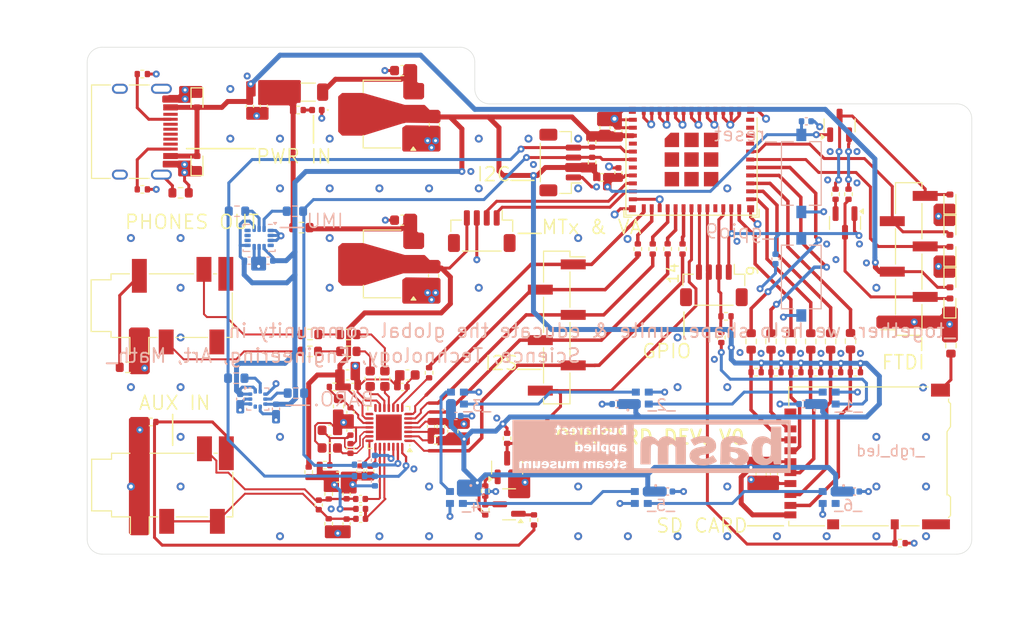
<source format=kicad_pcb>
(kicad_pcb (version 20240108) (generator "pcbnew") (generator_version "8.0")
  (layers (0 "F.Cu" signal) (1 "In1.Cu" power) (2 "In2.Cu" power) (31 "B.Cu" signal) (34 "B.Paste" user) (35 "F.Paste" user) (36 "B.SilkS" user "B.Silkscreen") (37 "F.SilkS" user "F.Silkscreen") (38 "B.Mask" user) (39 "F.Mask" user) (44 "Edge.Cuts" user))
  (net 0 "")
  (net 1 "VBUS")
  (net 2 "GND")
  (net 3 "+5V")
  (net 4 "+3.3VA")
  (net 5 "+3.3V")
  (net 6 "/MCU/STRAP_GPIO_9")
  (net 7 "/MCU/CHIP_PU")
  (net 8 "/Audio CODEC/ES8388_VREF")
  (net 9 "/Audio CODEC/ES8388_ADCVREF")
  (net 10 "/Audio CODEC/ES8388_VMID")
  (net 11 "/Audio CODEC/AUX_In_+")
  (net 12 "/Audio CODEC/AUX_In_-")
  (net 13 "/Audio CODEC/ES8388_AuxIn+")
  (net 14 "/Audio CODEC/ES8388_AuxIn-")
  (net 15 "/Audio CODEC/AUX_VREF")
  (net 16 "/Audio CODEC/ES8388_LOut")
  (net 17 "/Audio CODEC/ES8388_ROut")
  (net 18 "/Audio CODEC/ES8388_I2C_CDATA")
  (net 19 "/Audio CODEC/ES8388_I2C_CCLK")
  (net 20 "/MCU/FTDI_DTR")
  (net 21 "/MCU/UART0_RX")
  (net 22 "/MCU/UART0_TX")
  (net 23 "/MCU/FTDI_RTS")
  (net 24 "/sense_feedback/WS2812B_Chain1")
  (net 25 "WS2812B_D")
  (net 26 "/sense_feedback/WS2812B_Chain2")
  (net 27 "/sense_feedback/WS2812B_Chain3")
  (net 28 "/sense_feedback/WS2812B_Chain4")
  (net 29 "/sense_feedback/WS2812B_Chain5")
  (net 30 "/Power/USB_shield_disconnect")
  (net 31 "AUX_IN_DETECT")
  (net 32 "I2S_DIN")
  (net 33 "I2S_DOUT")
  (net 34 "I2S_BCK")
  (net 35 "I2S_MCLK")
  (net 36 "I2S_LRCK")
  (net 37 "I2C_SDA")
  (net 38 "/MCU/STRAP_MTMS")
  (net 39 "I2C_SCL")
  (net 40 "/MCU/STRAP_MTDI")
  (net 41 "/MCU/SD_Shield_Diconnect")
  (net 42 "/MCU/SD_DETECT")
  (net 43 "/MCU/STRAP_GPIO8")
  (net 44 "/MCU/MCU_GPIO14")
  (net 45 "/Audio CODEC/AUX_Det")
  (net 46 "/Audio CODEC/Phones_Out_R")
  (net 47 "/Audio CODEC/Phones_Out_L")
  (net 48 "/MCU/DTR")
  (net 49 "/MCU/RTS")
  (net 50 "/MCU/SDIO_DAT2")
  (net 51 "/MCU/SDIO_DAT3")
  (net 52 "/MCU/SDIO_CMD")
  (net 53 "/MCU/SDIO_CLK")
  (net 54 "/MCU/SDIO_DAT0")
  (net 55 "/MCU/SDIO_DAT1")
  (net 56 "ES8388_I2S_DOUT")
  (net 57 "ES8388_I2S_MCLK")
  (net 58 "ES8388_I2S_BCK")
  (net 59 "ES8388_I2S_DIN")
  (net 60 "ES8388_I2S_LRCK")
  (net 61 "Net-(C424-Pad1)")
  (net 62 "Net-(C425-Pad1)")
  (net 68 "Net-(J101-CC2)")
  (net 71 "Net-(J101-CC1)")
  (net 78 "Net-(J402-PadR2)")
  (net 81 "Net-(R416-Pad1)")
  (net 82 "Net-(R417-Pad1)")
  (net 95 "/MCU/uSD_DAT2")
  (net 96 "/MCU/uSD_DAT3")
  (net 97 "/MCU/uSD_DAT1")
  (net 98 "/MCU/uSD_CMD")
  (net 99 "/MCU/uSD_CLK")
  (net 100 "/MCU/uSD_DAT0")
  (net 101 "/Audio CODEC/ES8388_DVDD")
  (net 102 "/Audio CODEC/ES8388_AVDD")
  (net 103 "/Audio CODEC/RIN2_GND")
  (net 104 "/Audio CODEC/LIN2_GND")
  (net 105 "/Audio CODEC/Q1_D")
  (net 106 "/Audio CODEC/Q1_G")
  (net 107 "/Audio CODEC/Q2_G")
  (net 108 "Net-(D103-A)")
  (net 109 "/Power/5V_Filt_A")
  (net 110 "/Power/5V_Filt_D")
  (net 111 "Net-(U301-SDA)")
  (net 112 "Net-(U301-SCL)")
  (net 113 "Net-(U302-SCL)")
  (net 114 "Net-(U302-SDA)")
  (footprint "Resistor_SMD:R_0402_1005Metric" (layer "F.Cu") (at 156.4 77.39035 90)
    (property "Reference" "R202" (hide yes))
    (property "Value" "5k1" (hide yes))
  )
  (footprint "Capacitor_SMD:C_0402_1005Metric" (layer "F.Cu") (at 134.0875 108.43035 -90)
    (property "Reference" "C416" (hide yes))
    (property "Value" "0u1" (hide yes))
  )
  (footprint "Resistor_SMD:R_0402_1005Metric" (layer "F.Cu") (at 129.9 113.75035 -90)
    (property "Reference" "R415" (hide yes))
    (property "Value" "2k" (hide yes))
  )
  (footprint "Capacitor_SMD:C_0603_1608Metric" (layer "F.Cu") (at 140.53 73.59035 -90)
    (property "Reference" "C106" (hide yes))
    (property "Value" "22u" (hide yes))
  )
  (footprint "Resistor_SMD:R_0402_1005Metric" (layer "F.Cu") (at 164 86.09035 -90)
    (property "Reference" "R405" (hide yes))
    (property "Value" "33R" (hide yes))
  )
  (footprint "Connector_PinHeader_2.54mm:PinHeader_1x06_P2.54mm_Vertical_SMD_Pin1Right" (layer "F.Cu") (at 152.845 94.00035)
    (property "Reference" "J203" (hide yes))
    (property "Value" "1x6P 2.54mm SMD" (hide yes))
  )
  (footprint "Capacitor_SMD:C_0402_1005Metric" (layer "F.Cu") (at 133.1 111.25035 180)
    (property "Reference" "C418" (hide yes))
    (property "Value" "1u" (hide yes))
  )
  (footprint "Resistor_SMD:R_1206_3216Metric" (layer "F.Cu") (at 127.8275 70.32035)
    (property "Reference" "R106" (hide yes))
    (property "Value" "2R2" (hide yes))
  )
  (footprint "Capacitor_SMD:C_0402_1005Metric" (layer "F.Cu") (at 128.9 111.85035 -90)
    (property "Reference" "C419" (hide yes))
    (property "Value" "0u1" (hide yes))
  )
  (footprint "Resistor_SMD:R_0402_1005Metric" (layer "F.Cu") (at 145.65 110.45035 -90)
    (property "Reference" "R422" (hide yes))
    (property "Value" "1k" (hide yes))
  )
  (footprint "Package_TO_SOT_SMD:SOT-23" (layer "F.Cu") (at 147.85 108.08785 90)
    (property "Reference" "Q402" (hide yes))
    (property "Value" "BSS138LT3G" (hide yes))
  )
  (footprint "Capacitor_SMD:C_0402_1005Metric" (layer "F.Cu") (at 140.1875 103.95035 90)
    (property "Reference" "C402" (hide yes))
    (property "Value" "0u1" (hide yes))
  )
  (footprint "Capacitor_SMD:C_0402_1005Metric" (layer "F.Cu") (at 121.975 71.74035 -90)
    (property "Reference" "C101" (hide yes))
    (property "Value" "1u" (hide yes))
  )
  (footprint "Resistor_SMD:R_0603_1608Metric" (layer "F.Cu") (at 176.4 95.40035 90)
    (property "Reference" "R216" (hide yes))
    (property "Value" "0R" (hide yes))
  )
  (footprint "Resistor_SMD:R_0603_1608Metric" (layer "F.Cu") (at 192.5 95.80035 90)
    (property "Reference" "R221" (hide yes))
    (property "Value" "0R" (hide yes))
  )
  (footprint "Capacitor_SMD:C_0402_1005Metric" (layer "F.Cu") (at 133.12 113.25035 180)
    (property "Reference" "C420" (hide yes))
    (property "Value" "1u" (hide yes))
  )
  (footprint "Resistor_SMD:R_0402_1005Metric" (layer "F.Cu") (at 174.9 98.50035)
    (property "Reference" "R213" (hide yes))
    (property "Value" "10k" (hide yes))
  )
  (footprint "Resistor_SMD:R_0603_1608Metric" (layer "F.Cu") (at 109.7 98.00035 180)
    (property "Reference" "R420" (hide yes))
    (property "Value" "0R" (hide yes))
  )
  (footprint "Resistor_SMD:R_0402_1005Metric" (layer "F.Cu") (at 180.895 80.59035 -90)
    (property "Reference" "R206" (hide yes))
    (property "Value" "10k" (hide yes))
  )
  (footprint "Resistor_SMD:R_0402_1005Metric" (layer "F.Cu") (at 111.15 80.10035)
    (property "Reference" "R101" (hide yes))
    (property "Value" "5k1" (hide yes))
  )
  (footprint "Resistor_SMD:R_0603_1608Metric" (layer "F.Cu") (at 182.4 95.37535 90)
    (property "Reference" "R219" (hide yes))
    (property "Value" "0R" (hide yes))
  )
  (footprint "Capacitor_SMD:C_0603_1608Metric" (layer "F.Cu") (at 130.89 101.93535 -90)
    (property "Reference" "C405" (hide yes))
    (property "Value" "10u" (hide yes))
  )
  (footprint "Resistor_SMD:R_0402_1005Metric" (layer "F.Cu") (at 145.65 112.35035 90)
    (property "Reference" "R423" (hide yes))
    (property "Value" "10k" (hide yes))
  )
  (footprint "Capacitor_SMD:C_0402_1005Metric" (layer "F.Cu") (at 132.09 106.17035 90)
    (property "Reference" "C411" (hide yes))
    (property "Value" "0u1" (hide yes))
  )
  (footprint "Capacitor_SMD:C_0603_1608Metric" (layer "F.Cu") (at 135.55 99.15035 -90)
    (property "Reference" "C425" (hide yes))
    (property "Value" "47u" (hide yes))
  )
  (footprint "Capacitor_SMD:C_0603_1608Metric" (layer "F.Cu") (at 137.3 83.20035 180)
    (property "Reference" "C103" (hide yes))
    (property "Value" "22u" (hide yes))
  )
  (footprint "Resistor_SMD:R_0603_1608Metric" (layer "F.Cu") (at 178.4 95.40035 90)
    (property "Reference" "R217" (hide yes))
    (property "Value" "0R" (hide yes))
  )
  (footprint "Resistor_SMD:R_0603_1608Metric" (layer "F.Cu") (at 174.4 95.40035 90)
    (property "Reference" "R214" (hide yes))
    (property "Value" "0R" (hide yes))
  )
  (footprint "Resistor_SMD:R_0402_1005Metric" (layer "F.Cu") (at 162.5 86.10035 -90)
    (property "Reference" "R406" (hide yes))
    (property "Value" "33R" (hide yes))
  )
  (footprint "Resistor_SMD:R_0402_1005Metric" (layer "F.Cu") (at 147.85 105.15035 -90)
    (property "Reference" "R424" (hide yes))
    (property "Value" "10k" (hide yes))
  )
  (footprint "Connector_Audio:Jack_3.5mm_PJ31060-I_Horizontal" (layer "F.Cu") (at 115.25 109.85035 90)
    (property "Reference" "J401" (hide yes))
    (property "Value" "PJ31060-I" (hide yes))
  )
  (footprint "Resistor_SMD:R_0402_1005Metric" (layer "F.Cu") (at 129.9 110.74035 -90)
    (property "Reference" "R411" (hide yes))
    (property "Value" "2k" (hide yes))
  )
  (footprint "Resistor_SMD:R_0603_1608Metric" (layer "F.Cu") (at 180.4 95.40035 90)
    (property "Reference" "R218" (hide yes))
    (property "Value" "0R" (hide yes))
  )
  (footprint "Resistor_SMD:R_0402_1005Metric" (layer "F.Cu") (at 127.8875 108.55035 -90)
    (property "Reference" "R414" (hide yes))
    (property "Value" "1k" (hide yes))
  )
  (footprint "Resistor_SMD:R_0402_1005Metric" (layer "F.Cu") (at 112 103.50035)
    (property "Reference" "R412" (hide yes))
    (property "Value" "100k" (hide yes))
  )
  (footprint "Capacitor_SMD:C_0603_1608Metric" (layer "F.Cu") (at 130.825 109.05035)
    (property "Reference" "C423" (hide yes))
    (property "Value" "10u" (hide yes))
  )
  (footprint "Resistor_SMD:R_0603_1608Metric" (layer "F.Cu") (at 128 96.40035 180)
    (property "Reference" "R418" (hide yes))
    (property "Value" "0R" (hide yes))
  )
  (footprint "Capacitor_SMD:C_0402_1005Metric" (layer "F.Cu") (at 131.7 110.75035 -90)
    (property "Reference" "C417" (hide yes))
    (property "Value" "0u1" (hide yes))
  )
  (footprint "Package_TO_SOT_SMD:SOT-23" (layer "F.Cu") (at 181.845 83.47785 -90)
    (property "Reference" "Q202" (hide yes))
    (property "Value" "L8050QLT1G" (hide yes))
  )
  (footprint "Capacitor_SMD:C_0603_1608Metric" (layer "F.Cu") (at 173.4 108.70035 -90)
    (property "Reference" "C206" (hide yes))
    (property "Value" "10u" (hide yes))
  )
  (footprint "Diode_SMD:D_SOD-523" (layer "F.Cu") (at 116.65 71.15035 -90)
    (property "Reference" "D101" (hide yes))
    (property "Value" "LESD5D5.0CT1G" (hide yes))
  )
  (footprint "Capacitor_SMD:C_0603_1608Metric" (layer "F.Cu") (at 137.3 68.15035 180)
    (property "Reference" "C105" (hide yes))
    (property "Value" "47u" (hide yes))
  )
  (footprint "Resistor_SMD:R_0402_1005Metric" (layer "F.Cu") (at 165.5 86.10035 -90)
    (property "Reference" "R404" (hide yes))
    (property "Value" "33R" (hide yes))
  )
  (footprint "Capacitor_SMD:C_0402_1005Metric" (layer "F.Cu") (at 174.7 108.70035 -90)
    (property "Reference" "C207" (hide yes))
    (property "Value" "0u1" (hide yes))
  )
  (footprint "Connector_USB:USB_C_Receptacle_HRO_TYPE-C-31-M-12" (layer "F.Cu") (at 109.94 74.30035 -90)
    (property "Reference" "J101" (hide yes))
    (property "Value" "USB_C_Receptacle_USB2.0_16P" (hide yes))
  )
  (footprint "Connector_PinHeader_2.54mm:PinHeader_1x06_P2.54mm_Vertical_SMD_Pin1Right" (layer "F.Cu") (at 188.255 87.11035 180)
    (property "Reference" "J202" (hide yes))
    (property "Value" "1x6P 2.54mm SMD" (hide yes))
  )
  (footprint "Capacitor_SMD:C_0402_1005Metric" (layer "F.Cu") (at 133.12 112.25035)
    (property "Reference" "C422" (hide yes))
    (property "Value" "1u" (hide yes))
  )
  (footprint "Resistor_SMD:R_0603_1608Metric" (layer "F.Cu") (at 131.875 96.40035)
    (property "Reference" "R416" (hide yes))
    (property "Value" "10R" (hide yes))
  )
  (footprint "Resistor_SMD:R_0402_1005Metric" (layer "F.Cu") (at 129.5 107.85035 180)
    (property "Reference" "R413" (hide yes))
    (property "Value" "1k" (hide yes))
  )
  (footprint "Capacitor_SMD:C_0402_1005Metric" (layer "F.Cu") (at 159.05 78.42035 90)
    (property "Reference" "C205" (hide yes))
    (property "Value" "1u" (hide yes))
  )
  (footprint "Diode_SMD:D_SOD-523" (layer "F.Cu") (at 192.4 91.78035 90)
    (property "Reference" "D201" (hide yes))
    (property "Value" "LESD5D5.0CT1G" (hide yes))
  )
  (footprint "Resistor_SMD:R_0402_1005Metric" (layer "F.Cu") (at 130.475 99.97535 180)
    (property "Reference" "R403" (hide yes))
    (property "Value" "4R7" (hide yes))
  )
  (footprint "Resistor_SMD:R_0402_1005Metric" (layer "F.Cu") (at 169.87 92.87035)
    (property "Reference" "R204" (hide yes))
    (property "Value" "10k" (hide yes))
  )
  (footprint "Capacitor_SMD:C_0603_1608Metric" (layer "F.Cu") (at 142.3875 104.45035 90)
    (property "Reference" "C401" (hide yes))
    (property "Value" "10u" (hide yes))
  )
  (footprint "Resistor_SMD:R_0603_1608Metric" (layer "F.Cu") (at 128.025 94.70035 180)
    (property "Reference" "R419" (hide yes))
    (property "Value" "0R" (hide yes))
  )
  (footprint "LED_SMD:LED_0402_1005Metric" (layer "F.Cu") (at 128.715 72.12035 180)
    (property "Reference" "D103" (hide yes))
    (property "Value" "LED" (hide yes))
  )
  (footprint "Diode_SMD:D_SOD-523" (layer "F.Cu") (at 192.4 89.26035 -90)
    (property "Reference" "D202" (hide yes))
    (property "Value" "LESD5D5.0CT1G" (hide yes))
  )
  (footprint "Resistor_SMD:R_0603_1608Metric" (layer "F.Cu") (at 115 80.45035)
    (property "Reference" "R103" (hide yes))
    (property "Value" "0R" (hide yes))
  )
  (footprint "Capacitor_SMD:C_0603_1608Metric" (layer "F.Cu") (at 130.0075 106.12035 180)
    (property "Reference" "C412" (hide yes))
    (property "Value" "10u" (hide yes))
  )
  (footprint "PCM_Espressif:ESP32-C6-MINI-1" (layer "F.Cu") (at 166.4 74.40035)
    (property "Reference" "U201" (hide yes))
    (property "Value" "ESP32-C6-MINI-1/U" (hide yes))
  )
  (footprint "Resistor_SMD:R_0603_1608Metric" (layer "F.Cu") (at 131.875 94.70035)
    (property "Reference" "R417" (hide yes))
    (property "Value" "10R" (hide yes))
  )
  (footprint "Capacitor_SMD:C_0402_1005Metric" (layer "F.Cu") (at 133.0875 108.43035 -90)
    (property "Reference" "C415" (hide yes))
    (property "Value" "0u1" (hide yes))
  )
  (footprint "Package_DFN_QFN:QFN-28-1EP_4x4mm_P0.45mm_EP2.6x2.6mm" (layer "F.Cu") (at 135.95 104.05035 180)
    (property "Reference" "U401" (hide yes))
    (property "Value" "ES8388")
  )
  (footprint "Resistor_SMD:R_0402_1005Metric" (layer "F.Cu") (at 169.4 95.00035 90)
    (property "Reference" "R203" (hide yes))
    (property "Value" "470R" (hide yes))
  )
  (footprint "Capacitor_SMD:C_0402_1005Metric" (layer "F.Cu") (at 159.05 74.20035 90)
    (property "Reference" "C202" (hide yes))
    (property "Value" "0u1" (hide yes))
  )
  (footprint "Connector_JST:JST_SH_BM04B-SRSS-TB_1x04-1MP_P1.00mm_Vertical" (layer "F.Cu") (at 168.65 89.75035 180)
    (property "Reference" "J206" (hide yes))
    (property "Value" "BM04B-SRSS-TB" (hide yes))
  )
  (footprint "Capacitor_SMD:C_0603_1608Metric" (layer "F.Cu") (at 137.825 98.77535 180)
    (property "Reference" "C408" (hide yes))
    (property "Value" "10u" (hide yes))
  )
  (footprint "Resistor_SMD:R_0402_1005Metric" (layer "F.Cu") (at 182.195 80.59035 90)
    (property "Reference" "R205" (hide yes))
    (property "Value" "10k" (hide yes))
  )
  (footprint "Resistor_SMD:R_0402_1005Metric" (layer "F.Cu") (at 182.89 98.50035)
    (property "Reference" "R208" (hide yes))
    (property "Value" "10k" (hide yes))
  )
  (footprint "Package_TO_SOT_SMD:SOT-223-3_TabPin2" (layer "F.Cu") (at 135.28 72.52785 180)
    (property "Reference" "U102" (hide yes))
    (property "Value" "AMS1117-3.3" (hide yes))
  )
  (footprint "Resistor_SMD:R_0402_1005Metric" (layer "F.Cu") (at 176.9 98.50035)
    (property "Reference" "R211" (hide yes))
    (property "Value" "10k" (hide yes))
  )
  (footprint "Capacitor_SMD:C_0402_1005Metric" (layer "F.Cu") (at 123.375 71.72035 -90)
    (property "Reference" "C102" (hide yes))
    (property "Value" "1u" (hide yes))
  )
  (footprint "Resistor_SMD:R_0402_1005Metric" (layer "F.Cu") (at 141.1875 103.95035 -90)
    (property "Reference" "R402" (hide yes))
    (property "Value" "2k" (hide yes))
  )
  (footprint "Connector_JST:JST_SH_BM04B-SRSS-TB_1x04-1MP_P1.00mm_Vertical" (layer "F.Cu") (at 153.2 77.40035 90)
    (property "Reference" "J205" (hide yes))
    (property "Value" "BM04B-SRSS-TB" (hide yes))
  )
  (footprint "Connector_JST:JST_SH_BM04B-SRSS-TB_1x04-1MP_P1.00mm_Vertical" (layer "F.Cu") (at 145.3 84.30035 180)
    (property "Reference" "J204" (hide yes))
    (property "Value" "BM04B-SRSS-TB" (hide yes))
  )
  (footprint "Resistor_SMD:R_0402_1005Metric" (layer "F.Cu") (at 178.89 98.50035)
    (property "Reference" "R210" (hide yes))
    (property "Value" "10k" (hide yes))
  )
  (footprint "Capacitor_SMD:C_0603_1608Metric" (layer "F.Cu") (at 131.8 98.77535)
    (property "Reference" "C403" (hide yes))
    (property "Value" "10u" (hide yes))
  )
  (footprint "Resistor_SMD:R_0603_1608Metric" (layer "F.Cu") (at 127.15 83.95035)
    (property "Reference" "R105" (hide yes))
    (property "Value" "10R" (hide yes))
  )
  (footprint "MountingHole:MountingHole_3.5mm" (layer "F.Cu") (at 191 75.10035)
    (property "Reference" "H1" (hide yes))
    (property "Value" "MountingHole" (hide yes))
  )
  (footprint "Resistor_SMD:R_0402_1005Metric" (layer "F.Cu") (at 140 98.55035 -90)
    (property "Reference" "R408" (hide yes))
    (property "Value" "33R" (hide yes))
  )
  (footprint "Resistor_SMD:R_0402_1005Metric" (layer "F.Cu") (at 157.4 78.90035 180)
    (property "Reference" "R207" (hide yes))
    (property "Value" "10k" (hide yes))
  )
  (footprint "Package_TO_SOT_SMD:SOT-23" (layer "F.Cu") (at 181.3 73.66285 90)
    (property "Reference" "Q201" (hide yes))
    (property "Value" "L8050QLT1G" (hide yes))
  )
  (footprint "Capacitor_SMD:C_0402_1005Metric" (layer "F.Cu") (at 132.09 102.53535 -90)
    (property "Reference" "C406" (hide yes))
    (property "Value" "0u1" (hide yes))
  )
  (footprint "Capacitor_SMD:C_0603_1608Metric" (layer "F.Cu") (at 140.45 88.80035 -90)
    (property "Reference" "C104" (hide yes))
    (property "Value" "22u" (hide yes))
  )
  (footprint "Diode_SMD:D_SOD-523" (layer "F.Cu") (at 192.4 83.98035 -90)
    (property "Reference" "D204" (hide yes))
    (property "Value" "LESD5D5.0CT1G" (hide yes))
  )
  (footprint "Capacitor_SMD:C_0402_1005Metric" (layer "F.Cu") (at 132.09 104.35035 90)
    (property "Reference" "C409" (hide yes))
    (property "Value" "0u1" (hide yes))
  )
  (footprint "Diode_SMD:D_SOD-523" (layer "F.Cu") (at 192.4 86.58035 90)
    (property "Reference" "D203" (hide yes))
    (property "Value" "LESD5D5.0CT1G" (hide yes))
  )
  (footprint "Diode_SMD:D_SOD-523" (layer "F.Cu") (at 116.65 77.45035 90)
    (property "Reference" "D102" (hide yes))
    (property "Value" "LESD5D5.0CT1G" (hide yes))
  )
  (footprint "Resistor_SMD:R_0603_1608Metric" (layer "F.Cu") (at 172.4 95.40035 90)
    (property "Reference" "R215" (hide yes))
    (property "Value" "0R" (hide yes))
  )
  (footprint "Package_TO_SOT_SMD:SOT-223-3_TabPin2" (layer "F.Cu") (at 135.3 87.60035 180)
    (property "Reference" "U101" (hide yes))
    (property "Value" "AMS1117-3.3" (hide yes))
  )
  (footprint "Resistor_SMD:R_0402_1005Metric" (layer "F.Cu") (at 150.55 113.36035 -90)
    (property "Reference" "R421" (hide yes))
    (property "Value" "1k" (hide yes))
  )
  (footprint "Resistor_SMD:R_0402_1005Metric" (layer "F.Cu") (at 111.15 68.50035)
    (property "Reference" "R102" (hide yes))
    (property "Value" "5k1" (hide yes))
  )
  (footprint "Resistor_SMD:R_0402_1005Metric" (layer "F.Cu") (at 187.38 115.69535)
    (property "Reference" "R220" (hide yes))
    (property "Value" "10k" (hide yes))
  )
  (footprint "Resistor_SMD:R_0402_1005Metric" (layer "F.Cu") (at 161 86.10035 -90)
    (property "Reference" "R407" (hide yes))
    (property "Value" "33R" (hide yes))
  )
  (footprint "Diode_SMD:D_SOD-523" (layer "F.Cu") (at 192.4 81.32035 90)
    (property "Reference" "D205" (hide yes))
    (property "Value" "LESD5D5.0CT1G" (hide yes))
  )
  (footprint "Capacitor_SMD:C_0603_1608Metric" (layer "F.Cu") (at 157.7 73.90035 90)
    (property "Reference" "C201" (hide yes))
    (property "Value" "10u" (hide yes))
  )
  (footprint "Resistor_SMD:R_0402_1005Metric" (layer "F.Cu") (at 156.4 75.35035 -90)
    (property "Reference" "R201" (hide yes))
    (property "Value" "5k1" (hide yes))
  )
  (footprint "Capacitor_SMD:C_0402_1005Metric" (layer "F.Cu") (at 131.7 113.75035 -90)
    (property "Reference" "C421" (hide yes))
    (property "Value" "0u1" (hide yes))
  )
  (footprint "Capacitor_SMD:C_0402_1005Metric" (layer "F.Cu") (at 137.3 99.97535 180)
    (property "Reference" "C407" (hide yes))
    (property "Value" "0u1" (hide yes))
  )
  (footprint "Package_TO_SOT_SMD:SOT-23" (layer "F.Cu") (at 148.05 111.78785 180)
    (property "Reference" "Q401" (hide yes))
    (property "Value" "BSS138LT3G" (hide yes))
  )
  (footprint "Capacitor_SMD:C_0402_1005Metric" (layer "F.Cu") (at 132.325 99.97535)
    (property "Reference" "C404" (hide yes))
    (property "Value" "0u1" (hide yes))
  )
  (footprint "Capacitor_SMD:C_0603_1608Metric" (layer "F.Cu") (at 134.075 99.15035 -90)
    (property "Reference" "C424" (hide yes))
    (property "Value" "47u" (hide yes))
  )
  (footprint "Resistor_SMD:R_0402_1005Metric" (layer "F.Cu") (at 126.8275 72.12035)
    (property "Reference" "R104" (hide yes))
    (property "Value" "2k" (hide yes))
  )
  (footprint "Connector_Audio:Jack_3.5mm_PJ31060-I_Horizontal" (layer "F.Cu") (at 115.2 91.80035 90)
    (property "Reference" "J402" (hide yes))
    (property "Value" "PJ31060-I" (hide yes))
  )
  (footprint "Resistor_SMD:R_0402_1005Metric" (layer "F.Cu") (at 180.9 98.50035)
    (property "Reference" "R209" (hide yes))
    (property "Value" "10k" (hide yes))
  )
  (footprint "Inductor_SMD:L_0402_1005Metric" (layer "F.Cu") (at 122.675 70.32035)
    (property "Reference" "L101" (hide yes))
    (property "Value" "10n" (hide yes))
  )
  (footprint "Resistor_SMD:R_0402_1005Metric" (layer "F.Cu") (at 172.9 98.50035)
    (property "Reference" "R212" (hide yes))
    (property "Value" "10k" (hide yes))
  )
  (footprint "Resistor_SMD:R_0402_1005Metric" (layer "F.Cu") (at 140.6875 105.35035)
    (property "Reference" "R401" (hide yes))
    (property "Value" "100R" (hide yes))
  )
  (footprint "Capacitor_SMD:C_0603_1608Metric" (layer "F.Cu") (at 130.01 104.34035)
    (property "Reference" "C410" (hide yes))
    (property "Value" "10u" (hide yes))
  )
  (footprint "Connector_Card:microSD_HC_Hirose_DM3AT-SF-PEJM5" (layer "F.Cu") (at 184.075 106.97535 90)
    (property "Reference" "J201" (hide yes))
    (property "Value" "DM3AT-SF-PEJM5" (hide yes))
  )
  (footprint "Capacitor_SMD:C_0402_1005Metric" (layer "B.Cu") (at 134.55 109.45035 90)
    (property "Reference" "C414" (hide yes))
    (property "Value" "20p" (hide yes))
  )
  (footprint "SK_RGB:SK68xx-EC20" (layer "B.Cu") (at 162 106.90035)
    (property "Reference" "D302" (hide yes))
    (property "Value" "SK6805-EC20" (hide yes))
  )
  (footprint "Capacitor_SMD:C_0402_1005Metric" (layer "B.Cu") (at 158.9 101.70035)
    (property "Reference" "C305" (hide yes))
    (property "Value" "1u" (hide yes))
  )
  (footprint "Resistor_SMD:R_0402_1005Metric" (layer "B.Cu") (at 133 108.95035 180)
    (property "Reference" "R409" (hide yes))
    (property "Value" "100R" (hide yes))
  )
  (footprint "Resistor_SMD:R_0603_1608Metric" (layer "B.Cu") (at 126.6 100.60035)
    (property "Reference" "R304" (hide yes))
    (property "Value" "0R" (hide yes))
  )
  (footprint "SK_RGB:SK68xx-EC20" (layer "B.Cu") (at 142.2 105.30035 180)
    (property "Reference" "D306" (hide yes))
    (property "Value" "SK6805-EC20" (hide yes))
  )
  (footprint "SK_RGB:SK68xx-EC20" (layer "B.Cu") (at 179.6 105.30035 180)
    (property "Reference" "D304" (hide yes))
    (property "Value" "SK6805-EC20" (hide yes))
  )
  (footprint "Capacitor_SMD:C_0402_1005Metric" (layer "B.Cu") (at 124.6 102.20035 -90)
    (property "Reference" "C309" (hide yes))
    (property "Value" "0u1" (hide yes))
  )
  (footprint "Capacitor_SMD:C_0402_1005Metric" (layer "B.Cu") (at 134.55 107.35035 -90)
    (property "Reference" "C413" (hide yes))
    (property "Value" "20p" (hide yes))
  )
  (footprint "Capacitor_SMD:C_0402_1005Metric" (layer "B.Cu") (at 174.85 87.10035 -90)
    (property "Reference" "C203" (hide yes))
    (property "Value" "0u1" (hide yes))
  )
  (footprint "Capacitor_SMD:C_0402_1005Metric" (layer "B.Cu") (at 123.8 87.27535)
    (property "Reference" "C308" (hide yes))
    (property "Value" "0u1" (hide yes))
  )
  (footprint "Capacitor_SMD:C_0402_1005Metric" (layer "B.Cu") (at 164 110.50035 180)
    (property "Reference" "C302" (hide yes))
    (property "Value" "1u" (hide yes))
  )
  (footprint "Capacitor_SMD:C_0402_1005Metric" (layer "B.Cu") (at 177.7 101.70035)
    (property "Reference" "C304" (hide yes))
    (property "Value" "1u" (hide yes))
  )
  (footprint "Button_Switch_SMD:SW_Tactile_SPST_NO_Straight_CK_PTS636Sx25SMTRLFS" (layer "B.Cu") (at 177.44535 88.915 90)
    (property "Reference" "SW201" (hide yes))
    (property "Value" "PTS636" (hide yes))
  )
  (footprint "Capacitor_SMD:C_0402_1005Metric" (layer "B.Cu") (at 145.4 110.50035 180)
    (property "Reference" "C301" (hide yes))
    (property "Value" "1u" (hide yes))
  )
  (footprint "Package_LGA:LGA-14_3x2.5mm_P0.5mm_LayoutBorder3x4y" (layer "B.Cu") (at 122.9 84.98785 180)
    (property "Reference" "U301" (hide yes))
    (property "Value" "LSM6DSL" (hide yes))
  )
  (footprint "Resistor_SMD:R_0603_1608Metric" (layer "B.Cu") (at 120.675 82.30035 180)
    (property "Reference" "R302" (hide yes))
    (property "Value" "0R" (hide yes))
  )
  (footprint "Resistor_SMD:R_0402_1005Metric" (layer "B.Cu") (at 133 107.80035 180)
    (property "Reference" "R410" (hide yes))
    (property "Value" "100R" (hide yes))
  )
  (footprint "Button_Switch_SMD:SW_Tactile_SPST_NO_Straight_CK_PTS636Sx25SMTRLFS" (layer "B.Cu") (at 177.45 78.50035 90)
    (property "Reference" "SW202" (hide yes))
    (property "Value" "PTS636" (hide yes))
  )
  (footprint "SK_RGB:SK68xx-EC20" (layer "B.Cu") (at 160.8 105.30035 180)
    (property "Reference" "D305" (hide yes))
    (property "Value" "SK6805-EC20" (hide yes))
  )
  (footprint "SK_RGB:SK68xx-EC20" (layer "B.Cu") (at 143.4 106.90035)
    (property "Reference" "D301" (hide yes))
    (property "Value" "SK6805-EC20" (hide yes))
  )
  (footprint "SK_RGB:SK68xx-EC20" (layer "B.Cu") (at 180.9 106.90035)
    (property "Reference" "D303" (hide yes))
    (property "Value" "SK6805-EC20" (hide yes))
  )
  (footprint "Resistor_SMD:R_0603_1608Metric" (layer "B.Cu") (at 120.6 99.10035 180)
    (property "Reference" "R303" (hide yes))
    (property "Value" "0R" (hide yes))
  )
  (footprint "Package_LGA:ST_HLGA-10_2x2mm_P0.5mm_LayoutBorder3x2y" (layer "B.Cu") (at 122.7625 101.20035 -90)
    (property "Reference" "U302" (hide yes))
    (property "Value" "ICP20100" (hide yes))
  )
  (footprint "Capacitor_SMD:C_0402_1005Metric" (layer "B.Cu") (at 182.8 110.50035 180)
    (property "Reference" "C303" (hide yes))
    (property "Value" "1u" (hide yes))
  )
  (footprint "Capacitor_SMD:C_0402_1005Metric" (layer "B.Cu") (at 142.7 102.90035 180)
    (property "Reference" "C306" (hide yes))
    (property "Value" "1u" (hide yes))
  )
  (footprint "Resistor_SMD:R_0603_1608Metric" (layer "B.Cu") (at 126.5 82.30035)
    (property "Reference" "R301" (hide yes))
    (property "Value" "0R" (hide yes))
  )
  (footprint "LOGO" (layer "B.Cu") (at 162.39 105.97 180)
    (property "Reference" "G***" (hide yes))
    (property "Value" "LOGO" (hide yes))
  )
  (footprint "Capacitor_SMD:C_0402_1005Metric" (layer "B.Cu") (at 177.95 73.25035)
    (property "Reference" "C204" (hide yes))
    (property "Value" "0u1" (hide yes))
  )
  (footprint "Capacitor_SMD:C_0402_1005Metric" (layer "B.Cu") (at 121 101.20035 90)
    (property "Reference" "C310" (hide yes))
    (property "Value" "0u1" (hide yes))
  )
  (footprint "Capacitor_SMD:C_0402_1005Metric" (layer "B.Cu") (at 121.9 87.27535)
    (property "Reference" "C307" (hide yes))
    (property "Value" "0u1" (hide yes))
  )
  (gr_line (start 127.3725 83.94) (end 125.0275 83.94) (stroke (width 0.155)) (layer "B.SilkS"))
  (gr_line (start 127.96 101.82035) (end 125.615 101.82035) (stroke (width 0.155)) (layer "B.SilkS"))
  (gr_line (start 148.97 84.53) (end 151.27 84.53) (stroke (width 0.155)) (layer "F.SilkS"))
  (gr_line (start 114.2 105.85035) (end 114.2 102.75035) (stroke (width 0.155)) (layer "F.SilkS"))
  (gr_line (start 122.5 76.00035) (end 115.6 76.00035) (stroke (width 0.155)) (layer "F.SilkS"))
  (gr_line (start 128.37 75.45035) (end 128.37 72.67035) (stroke (width 0.155)) (layer "F.SilkS"))
  (gr_line (start 148.25 79.20035) (end 150.55 79.20035) (stroke (width 0.155)) (layer "F.SilkS"))
  (gr_line (start 189.55 96.30035) (end 189.55 95.00035) (stroke (width 0.155)) (layer "F.SilkS"))
  (gr_line (start 172.05 113.95035) (end 175.65 113.95035) (stroke (width 0.155)) (layer "F.SilkS"))
  (gr_line (start 148.89 98.21035) (end 151.235 98.21035) (stroke (width 0.155)) (layer "F.SilkS"))
  (gr_line (start 165.64 95.15035) (end 165.64 92.45035) (stroke (width 0.155)) (layer "F.SilkS"))
  (gr_arc (start 143.1 65.80035) (mid 144.16066 66.23969) (end 144.6 67.30035) (stroke (width 0.05)) (layer "Edge.Cuts"))
  (gr_line (start 194.6 115.30035) (end 194.6 73.00035) (stroke (width 0.05)) (layer "Edge.Cuts"))
  (gr_arc (start 194.6 115.30035) (mid 194.16066 116.36101) (end 193.1 116.80035) (stroke (width 0.05)) (layer "Edge.Cuts"))
  (gr_line (start 105.6 67.30035) (end 105.6 115.30035) (stroke (width 0.05)) (layer "Edge.Cuts"))
  (gr_line (start 193.1 71.50035) (end 146.1 71.50035) (stroke (width 0.05)) (layer "Edge.Cuts"))
  (gr_arc (start 146.1 71.50035) (mid 145.03934 71.06101) (end 144.6 70.00035) (stroke (width 0.05)) (layer "Edge.Cuts"))
  (gr_arc (start 107.1 116.80035) (mid 106.03934 116.36101) (end 105.6 115.30035) (stroke (width 0.05)) (layer "Edge.Cuts"))
  (gr_line (start 143.1 65.80035) (end 107.1 65.80035) (stroke (width 0.05)) (layer "Edge.Cuts"))
  (gr_line (start 144.6 70.00035) (end 144.6 67.30035) (stroke (width 0.05)) (layer "Edge.Cuts"))
  (gr_line (start 107.1 116.80035) (end 193.1 116.80035) (stroke (width 0.05)) (layer "Edge.Cuts"))
  (gr_arc (start 105.6 67.30035) (mid 106.03934 66.23969) (end 107.1 65.80035) (stroke (width 0.05)) (layer "Edge.Cuts"))
  (gr_arc (start 193.1 71.50035) (mid 194.16066 71.93969) (end 194.6 73.00035) (stroke (width 0.05)) (layer "Edge.Cuts"))
  (gr_text "_together, we help shape, unite & educate the global community in" (at 193.05 95.14035 0) (layer "B.SilkS") (effects (font (size 1.4 1.4) (thickness 0.19)) (justify left bottom mirror)))
  (gr_text "_6_" (at 183.63 112.54 0) (layer "B.SilkS") (effects (font (size 1.1 1.1) (thickness 0.155)) (justify left bottom mirror)))
  (gr_text "_rgb_led\n" (at 189.93 107.05 0) (layer "B.SilkS") (effects (font (size 1.1 1.1) (thickness 0.155)) (justify left bottom mirror)))
  (gr_text "_4_" (at 146.17 112.6 0) (layer "B.SilkS") (effects (font (size 1.1 1.1) (thickness 0.155)) (justify left bottom mirror)))
  (gr_text "Science, Technology, Engineering, Art, Math_" (at 155.36 97.65035 0) (layer "B.SilkS") (effects (font (size 1.4 1.4) (thickness 0.19)) (justify left bottom mirror)))
  (gr_text "_5_" (at 164.8 112.54 0) (layer "B.SilkS") (effects (font (size 1.1 1.1) (thickness 0.155)) (justify left bottom mirror)))
  (gr_text "BARO." (at 134.57 102.04035 0) (layer "B.SilkS") (effects (font (size 1.4 1.4) (thickness 0.155)) (justify left bottom mirror)))
  (gr_text "_gpio9" (at 174.74 85.15 0) (layer "B.SilkS") (effects (font (size 1.4 1.4) (thickness 0.155)) (justify left bottom mirror)))
  (gr_text "IMU" (at 131.5 84.1 0) (layer "B.SilkS") (effects (font (size 1.4 1.4) (thickness 0.155)) (justify left bottom mirror)))
  (gr_text "_2_" (at 164.86 102.43 0) (layer "B.SilkS") (effects (font (size 1.1 1.1) (thickness 0.155)) (justify left bottom mirror)))
  (gr_text "_1_" (at 183.68 102.56 0) (layer "B.SilkS") (effects (font (size 1.1 1.1) (thickness 0.155)) (justify left bottom mirror)))
  (gr_text "_reset" (at 175.03 75.38 0) (layer "B.SilkS") (effects (font (size 1.4 1.4) (thickness 0.155)) (justify left bottom mirror)))
  (gr_text "_3_" (at 146.3 102.52 0) (layer "B.SilkS") (effects (font (size 1.1 1.1) (thickness 0.155)) (justify left bottom mirror)))
  (gr_text "SD CARD" (at 162.75 114.75035 0) (layer "F.SilkS") (effects (font (size 1.4 1.4) (thickness 0.155)) (justify left bottom)))
  (gr_text "PHONES OUT" (at 109.3 84.20035 0) (layer "F.SilkS") (effects (font (size 1.4 1.4) (thickness 0.155)) (justify left bottom)))
  (gr_text "I2C" (at 144.7 79.40035 0) (layer "F.SilkS") (effects (font (size 1.4 1.4) (thickness 0.155)) (justify left bottom)))
  (gr_text "SOUNCARD DEV. V0" (at 151.23 105.85035 0) (layer "F.SilkS") (effects (font (size 1.4 1.4) (thickness 0.24) (bold yes)) (justify left bottom)))
  (gr_text "FTDI\n" (at 187.7 97.50035 0) (layer "F.SilkS") (effects (font (size 1.4 1.4) (thickness 0.16))))
  (gr_text "AUX IN" (at 110.7 102.40035 0) (layer "F.SilkS") (effects (font (size 1.4 1.4) (thickness 0.155)) (justify left bottom)))
  (gr_text "I2S" (at 145.5 98.40035 0) (layer "F.SilkS") (effects (font (size 1.4 1.4) (thickness 0.155)) (justify left bottom)))
  (gr_text "MTx & VA" (at 151.21 84.71 0) (layer "F.SilkS") (effects (font (size 1.4 1.4) (thickness 0.155)) (justify left bottom)))
  (gr_text "9" (at 172.54 88.30035 90) (layer "F.SilkS") (effects (font (size 1.1 1.1) (thickness 0.16))))
  (gr_text "PWR IN" (at 122.5 77.60035 0) (layer "F.SilkS") (effects (font (size 1.4 1.4) (thickness 0.155)) (justify left bottom)))
  (gr_text "14\n" (at 164.55 88.55035 90) (layer "F.SilkS") (effects (font (size 1.1 1.1) (thickness 0.16))))
  (gr_text "GPIO" (at 161.34 97.20035 0) (layer "F.SilkS") (effects (font (size 1.4 1.4) (thickness 0.155)) (justify left bottom)))
  (segment (start 119.74 71.26035) (end 121.975 71.26035) (width 0.5) (layer "F.Cu") (net 1))
  (segment (start 113.985 76.75035) (end 116.65 76.75035) (width 0.5) (layer "F.Cu") (net 1))
  (segment (start 184.9 87.95035) (end 185.33 88.38035) (width 0.5) (layer "F.Cu") (net 1))
  (segment (start 116.65 76.75035) (end 116.65 71.85035) (width 0.5) (layer "F.Cu") (net 1))
  (segment (start 191.16 89.96035) (end 189.58 88.38035) (width 0.3) (layer "F.Cu") (net 1))
  (segment (start 113.985 71.85035) (end 116.65 71.85035) (width 0.5) (layer "F.Cu") (net 1))
  (segment (start 119.15 71.85035) (end 119.74 71.26035) (width 0.5) (layer "F.Cu") (net 1))
  (segment (start 192.4 89.88035) (end 192.32 89.96035) (width 0.3) (layer "F.Cu") (net 1))
  (segment (start 185.33 88.38035) (end 186.6 88.38035) (width 0.5) (layer "F.Cu") (net 1))
  (segment (start 189.58 88.38035) (end 186.6 88.38035) (width 0.3) (layer "F.Cu") (net 1))
  (segment (start 184.9 87.45035) (end 184.9 87.95035) (width 0.5) (layer "F.Cu") (net 1))
  (segment (start 116.65 71.85035) (end 119.15 71.85035) (width 0.5) (layer "F.Cu") (net 1))
  (segment (start 192.32 89.96035) (end 191.16 89.96035) (width 0.3) (layer "F.Cu") (net 1))
  (via (at 184.9 87.45035) (size 0.7) (drill 0.3) (layers "F.Cu" "B.Cu") (net 1))
  (via (at 122.05 69.50035) (size 0.7) (drill 0.3) (layers "F.Cu" "B.Cu") (net 1))
  (segment (start 122.05 69.50035) (end 122.1 69.50035) (width 0.5) (layer "B.Cu") (net 1))
  (segment (start 184.85 86.95035) (end 184.85 87.40035) (width 0.5) (layer "B.Cu") (net 1))
  (segment (start 122.1 69.50035) (end 125 66.60035) (width 0.5) (layer "B.Cu") (net 1))
  (segment (start 144.6 72.05035) (end 179.860661 72.05035) (width 0.5) (layer "B.Cu") (net 1))
  (segment (start 184.85 87.40035) (end 184.9 87.45035) (width 0.5) (layer "B.Cu") (net 1))
  (segment (start 125 66.60035) (end 139.15 66.60035) (width 0.5) (layer "B.Cu") (net 1))
  (segment (start 179.860661 72.05035) (end 184.85 77.039689) (width 0.5) (layer "B.Cu") (net 1))
  (segment (start 139.15 66.60035) (end 144.6 72.05035) (width 0.5) (layer "B.Cu") (net 1))
  (segment (start 184.85 77.039689) (end 184.85 86.95035) (width 0.5) (layer "B.Cu") (net 1))
  (segment (start 171.2 72.20035) (end 171.2 72.70035) (width 0.3) (layer "F.Cu") (net 2))
  (segment (start 128.535 103.887364) (end 128.812014 103.61035) (width 0.2) (layer "F.Cu") (net 2))
  (segment (start 132.27 104.05035) (end 132.66 104.05035) (width 0.2) (layer "F.Cu") (net 2))
  (segment (start 165.6 73.50035) (end 165.5 73.60035) (width 0.3) (layer "F.Cu") (net 2))
  (segment (start 132.66 104.05035) (end 134.0125 104.05035) (width 0.2) (layer "F.Cu") (net 2))
  (segment (start 132.805 99.97535) (end 132.872014 99.97535) (width 0.2) (layer "F.Cu") (net 2))
  (segment (start 139.05 104.05035) (end 139.63 103.47035) (width 0.2) (layer "F.Cu") (net 2))
  (segment (start 132.09 103.87035) (end 132.27 104.05035) (width 0.2) (layer "F.Cu") (net 2))
  (segment (start 129.2 72.12035) (end 129.2 72.95035) (width 0.3) (layer "F.Cu") (net 2))
  (segment (start 130.055 103.61035) (end 130.785 104.34035) (width 0.2) (layer "F.Cu") (net 2))
  (segment (start 128.535 105.42285) (end 128.535 103.887364) (width 0.2) (layer "F.Cu") (net 2))
  (segment (start 137.8875 104.05035) (end 139.05 104.05035) (width 0.2) (layer "F.Cu") (net 2))
  (segment (start 159.23 73.90035) (end 159.05 73.72035) (width 0.3) (layer "F.Cu") (net 2))
  (segment (start 132.872014 99.97535) (end 133.622014 99.22535) (width 0.2) (layer "F.Cu") (net 2))
  (segment (start 132.399999 105.69035) (end 132.65 105.440349) (width 0.2) (layer "F.Cu") (net 2))
  (segment (start 173.9 73.00035) (end 173.05 72.15035) (width 0.3) (layer "F.Cu") (net 2))
  (segment (start 129.2325 106.12035) (end 128.535 105.42285) (width 0.2) (layer "F.Cu") (net 2))
  (segment (start 133.622014 99.22535) (end 136.07 99.22535) (width 0.2) (layer "F.Cu") (net 2))
  (segment (start 171.2 72.70035) (end 170.3 73.60035) (width 0.3) (layer "F.Cu") (net 2))
  (segment (start 136.4 106.955351) (end 136.4 106.00035) (width 0.2) (layer "F.Cu") (net 2))
  (segment (start 169.6 72.90035) (end 170.3 73.60035) (width 0.3) (layer "F.Cu") (net 2))
  (segment (start 166.4 72.20035) (end 166.4 72.90035) (width 0.3) (layer "F.Cu") (net 2))
  (segment (start 133.491852 104.05035) (end 134.0125 104.05035) (width 0.15) (layer "F.Cu") (net 2))
  (segment (start 159.24965 82.05035) (end 160.45 82.05035) (width 0.3) (layer "F.Cu") (net 2))
  (segment (start 188.795 115.69535) (end 188.8 115.70035) (width 0.3) (layer "F.Cu") (net 2))
  (segment (start 136.175001 107.18035) (end 136.4 106.955351) (width 0.2) (layer "F.Cu") (net 2))
  (segment (start 173.05 72.15035) (end 172.35 72.15035) (width 0.3) (layer "F.Cu") (net 2))
  (segment (start 159.5 72.15035) (end 160.45 72.15035) (width 0.3) (layer "F.Cu") (net 2))
  (segment (start 132.65 104.06035) (end 132.66 104.05035) (width 0.2) (layer "F.Cu") (net 2))
  (segment (start 132.09 105.69035) (end 132.399999 105.69035) (width 0.2) (layer "F.Cu") (net 2))
  (segment (start 170.4 72.20035) (end 170.4 73.50035) (width 0.3) (layer "F.Cu") (net 2))
  (segment (start 167.2 72.20035) (end 167.2 73.50035) (width 0.3) (layer "F.Cu") (net 2))
  (segment (start 161.6 72.90035) (end 162.3 73.60035) (width 0.3) (layer "F.Cu") (net 2))
  (segment (start 136.525 83.20035) (end 135.6 83.20035) (width 0.3) (layer "F.Cu") (net 2))
  (segment (start 128.812014 103.61035) (end 130.055 103.61035) (width 0.2) (layer "F.Cu") (net 2))
  (segment (start 164 72.20035) (end 164 73.50035) (width 0.3) (layer "F.Cu") (net 2))
  (segment (start 170.4 73.50035) (end 170.3 73.60035) (width 0.3) (layer "F.Cu") (net 2))
  (segment (start 163.2 82.00035) (end 163.2 81.10035) (width 0.3) (layer "F.Cu") (net 2))
  (segment (start 134.705196 101.35) (end 133.65 101.35) (width 0.2) (layer "F.Cu") (net 2))
  (segment (start 164 73.50035) (end 163.9 73.60035) (width 0.3) (layer "F.Cu") (net 2))
  (segment (start 158.24 77.94035) (end 159.05 77.94035) (width 0.3) (layer "F.Cu") (net 2))
  (segment (start 162.4 73.50035) (end 162.345175 73.555175) (width 0.3) (layer "F.Cu") (net 2))
  (segment (start 172.35 82.05035) (end 172.35 82.90035) (width 0.3) (layer "F.Cu") (net 2))
  (segment (start 144.8 87.18) (end 144.8 82.97535) (width 0.3) (layer "F.Cu") (net 2))
  (segment (start 136.525 68.15035) (end 135.55 68.15035) (width 0.3) (layer "F.Cu") (net 2))
  (segment (start 115.825 79.67535) (end 115.825 80.45035) (width 0.3) (layer "F.Cu") (net 2))
  (segment (start 135.05 102.10035) (end 135.05 101.694804) (width 0.2) (layer "F.Cu") (net 2))
  (segment (start 135.05 101.694804) (end 134.705196 101.35) (width 0.2) (layer "F.Cu") (net 2))
  (segment (start 132.65 105.440349) (end 132.65 104.06035) (width 0.2) (layer "F.Cu") (net 2))
  (segment (start 158.67 82.63) (end 159.24965 82.05035) (width 0.3) (layer "F.Cu") (net 2))
  (segment (start 187.89 115.69535) (end 188.795 115.69535) (width 0.3) (layer "F.Cu") (net 2))
  (segment (start 115.4 78.40035) (end 115.4 79.25035) (width 0.3) (layer "F.Cu") (net 2))
  (segment (start 133.65 101.35) (end 132.805 100.505) (width 0.2) (layer "F.Cu") (net 2))
  (segment (start 169.6 72.20035) (end 169.6 72.90035) (width 0.3) (layer "F.Cu") (net 2))
  (segment (start 168 72.20035) (end 168 72.90035) (width 0.3) (layer "F.Cu") (net 2))
  (segment (start 162.345175 73.555175) (end 162.3 73.60035) (width 0.3) (layer "F.Cu") (net 2))
  (segment (start 158.65 73.00035) (end 158.75 73.10035) (width 0.3) (layer "F.Cu") (net 2))
  (segment (start 158.75 73.10035) (end 160.5 73.10035) (width 0.3) (layer "F.Cu") (net 2))
  (segment (start 168 72.90035) (end 168.7 73.60035) (width 0.3) (layer "F.Cu") (net 2))
  (segment (start 167.2 73.50035) (end 167.1 73.60035) (width 0.3) (layer "F.Cu") (net 2))
  (segment (start 155.4 78.90035) (end 156.35 79.85035) (width 0.3) (layer "F.Cu") (net 2))
  (segment (start 160.5 73.90035) (end 159.23 73.90035) (width 0.3) (layer "F.Cu") (net 2))
  (segment (start 163.2 72.20035) (end 163.2 72.90035) (width 0.3) (layer "F.Cu") (net 2))
  (segment (start 154.525 78.90035) (end 155.4 78.90035) (width 0.3) (layer "F.Cu") (net 2))
  (segment (start 164.8 72.90035) (end 165.5 73.60035) (width 0.3) (layer "F.Cu") (net 2))
  (segment (start 156.35 79.85035) (end 156.85 79.85035) (width 0.3) (layer "F.Cu") (net 2))
  (segment (start 111.66 80.10035) (end 112.55 80.10035) (width 0.3) (layer "F.Cu") (net 2))
  (segment (start 168.8 72.20035) (end 168.8 73.50035) (width 0.3) (layer "F.Cu") (net 2))
  (segment (start 165.6 72.20035) (end 165.6 73.50035) (width 0.3) (layer "F.Cu") (net 2))
  (segment (start 168.8 73.50035) (end 168.7 73.60035) (width 0.3) (layer "F.Cu") (net 2))
  (segment (start 163.2 72.90035) (end 163.9 73.60035) (width 0.3) (layer "F.Cu") (net 2))
  (segment (start 160.5 81.10035) (end 163.2 81.10035) (width 0.3) (layer "F.Cu") (net 2))
  (segment (start 161.6 72.20035) (end 161.6 72.90035) (width 0.3) (layer "F.Cu") (net 2))
  (segment (start 158.1 77.80035) (end 158.24 77.94035) (width 0.3) (layer "F.Cu") (net 2))
  (segment (start 115.4 79.25035) (end 115.825 79.67535) (width 0.3) (layer "F.Cu") (net 2))
  (segment (start 175.22 109.70035) (end 174.7 109.18035) (width 0.3) (layer "F.Cu") (net 2))
  (segment (start 111.66 68.50035) (end 112.55 68.50035) (width 0.3) (layer "F.Cu") (net 2))
  (segment (start 158.65 73.00035) (end 159.5 72.15035) (width 0.3) (layer "F.Cu") (net 2))
  (segment (start 164.8 72.20035) (end 164.8 72.90035) (width 0.3) (layer "F.Cu") (net 2))
  (segment (start 162.4 72.20035) (end 162.4 73.50035) (width 0.3) (layer "F.Cu") (net 2))
  (segment (start 132.805 100.505) (end 132.805 99.97535) (width 0.2) (layer "F.Cu") (net 2))
  (segment (start 166.4 72.90035) (end 167.1 73.60035) (width 0.3) (layer "F.Cu") (net 2))
  (segment (start 136.07 99.22535) (end 136.82 99.97535) (width 0.2) (layer "F.Cu") (net 2))
  (segment (start 176.35 109.70035) (end 175.22 109.70035) (width 0.3) (layer "F.Cu") (net 2))
  (segment (start 139.63 103.47035) (end 140.1875 103.47035) (width 0.2) (layer "F.Cu") (net 2))
  (segment (start 172.35 82.90035) (end 173.05 83.60035) (width 0.3) (layer "F.Cu") (net 2))
  (via (at 130.8125 114.70035) (size 0.7) (drill 0.3) (layers "F.Cu" "B.Cu") (net 2))
  (via (at 158.65 73.00035) (size 0.8) (drill 0.4) (layers "F.Cu" "B.Cu") (net 2))
  (via (at 115.4 78.40035) (size 0.7) (drill 0.3) (layers "F.Cu" "B.Cu") (net 2))
  (via (at 120 75) (size 0.8) (drill 0.4) (layers "F.Cu" "B.Cu") (net 2))
  (via (at 173.3 90.10035) (size 0.7) (drill 0.3) (layers "F.Cu" "B.Cu") (net 2))
  (via (at 131.4 103.55035) (size 0.7) (drill 0.3) (layers "F.Cu" "B.Cu") (net 2))
  (via (at 142.1 113.00035) (size 0.7) (drill 0.3) (layers "F.Cu" "B.Cu") (net 2))
  (via (at 159.97 85.09) (size 0.8) (drill 0.4) (layers "F.Cu" "B.Cu") (net 2))
  (via (at 143.5 103.70035) (size 0.7) (drill 0.3) (layers "F.Cu" "B.Cu") (net 2))
  (via (at 190 110) (size 0.8) (drill 0.4) (layers "F.Cu" "B.Cu") (net 2))
  (via (at 175.425 96.60035) (size 0.7) (drill 0.3) (layers "F.Cu" "B.Cu") (net 2))
  (via (at 135.55 68.15035) (size 0.7) (drill 0.3) (layers "F.Cu" "B.Cu") (net 2))
  (via (at 110 100) (size 0.8) (drill 0.4) (layers "F.Cu" "B.Cu") (net 2))
  (via (at 180 85.60035) (size 0.7) (drill 0.3) (layers "F.Cu" "B.Cu") (net 2))
  (via (at 150.5 77.60035) (size 0.7) (drill 0.3) (layers "F.Cu" "B.Cu") (net 2))
  (via (at 188.8 115.70035) (size 0.7) (drill 0.3) (layers "F.Cu" "B.Cu") (net 2))
  (via (at 190 105) (size 0.8) (drill 0.4) (layers "F.Cu" "B.Cu") (net 2))
  (via (at 135 80) (size 0.8) (drill 0.4) (layers "F.Cu" "B.Cu") (net 2))
  (via (at 170 80) (size 0.8) (drill 0.4) (layers "F.Cu" "B.Cu") (net 2))
  (via (at 112.55 68.50035) (size 0.7) (drill 0.3) (layers "F.Cu" "B.Cu") (net 2))
  (via (at 121.7 68.70035) (size 0.7) (drill 0.3) (layers "F.Cu" "B.Cu") (net 2))
  (via (at 140.25 91.20035) (size 0.7) (drill 0.3) (layers "F.Cu" "B.Cu") (net 2))
  (via (at 115 110) (size 0.8) (drill 0.4) (layers "F.Cu" "B.Cu") (net 2))
  (via (at 185 90) (size 0.8) (drill 0.4) (layers "F.Cu" "B.Cu") (net 2))
  (via (at 110.9 104.30035) (size 0.7) (drill 0.3) (layers "F.Cu" "B.Cu") (net 2))
  (via (at 125 75) (size 0.8) (drill 0.4) (layers "F.Cu" "B.Cu") (net 2))
  (via (at 120 70) (size 0.8) (drill 0.4) (layers "F.Cu" "B.Cu") (net 2))
  (via (at 157.41 101.71035) (size 0.7) (drill 0.3) (layers "F.Cu" "B.Cu") (net 2))
  (via (at 170.3 73.60035) (size 0.8) (drill 0.4) (layers "F.Cu" "B.Cu") (net 2))
  (via (at 146.809481 103.114142) (size 0.7) (drill 0.3) (layers "F.Cu" "B.Cu") (net 2))
  (via (at 124.6 103.30035) (size 0.7) (drill 0.3) (layers "F.Cu" "B.Cu") (net 2))
  (via (at 149.65 109.57535) (size 0.7) (drill 0.3) (layers "F.Cu" "B.Cu") (net 2))
  (via (at 165 100) (size 0.8) (drill 0.4) (layers "F.Cu" "B.Cu") (net 2))
  (via (at 132.575 97.87535) (size 0.7) (drill 0.3) (layers "F.Cu" "B.Cu") (net 2))
  (via (at 185 105) (size 0.8) (drill 0.4) (layers "F.Cu" "B.Cu") (net 2))
  (via (at 139.85 75.20035) (size 0.7) (drill 0.3) (layers "F.Cu" "B.Cu") (net 2))
  (via (at 170.975 85.32535) (size 0.7) (drill 0.3) (layers "F.Cu" "B.Cu") (net 2))
  (via (at 125 105) (size 0.8) (drill 0.4) (layers "F.Cu" "B.Cu") (net 2))
  (via (at 181.425 96.60035) (size 0.7) (drill 0.3) (layers "F.Cu" "B.Cu") (net 2))
  (via (at 172.4 109.30035) (size 0.7) (drill 0.3) (layers "F.Cu" "B.Cu") (net 2))
  (via (at 145 80) (size 0.8) (drill 0.4) (layers "F.Cu" "B.Cu") (net 2))
  (via (at 185 110) (size 0.8) (drill 0.4) (layers "F.Cu" "B.Cu") (net 2))
  (via (at 184.2 110.50035) (size 0.7) (drill 0.3) (layers "F.Cu" "B.Cu") (net 2))
  (via (at 180.35 76.30035) (size 0.7) (drill 0.3) (layers "F.Cu" "B.Cu") (net 2))
  (via (at 180 115) (size 0.8) (drill 0.4) (layers "F.Cu" "B.Cu") (net 2))
  (via (at 121 102.30035) (size 0.7) (drill 0.3) (layers "F.Cu" "B.Cu") (net 2))
  (via (at 168.7 73.60035) (size 0.8) (drill 0.4) (layers "F.Cu" "B.Cu") (net 2))
  (via (at 170 100) (size 0.8) (drill 0.4) (layers "F.Cu" "B.Cu") (net 2))
  (via (at 145 115) (size 0.8) (drill 0.4) (layers "F.Cu" "B.Cu") (net 2))
  (via (at 156.85 79.85035) (size 0.7) (drill 0.3) (layers "F.Cu" "B.Cu") (net 2))
  (via (at 145 90) (size 0.8) (drill 0.4) (layers "F.Cu" "B.Cu") (net 2))
  (via (at 190 115) (size 0.8) (drill 0.4) (layers "F.Cu" "B.Cu") (net 2))
  (via (at 135.6 83.20035) (size 0.7) (drill 0.3) (layers "F.Cu" "B.Cu") (net 2))
  (via (at 130 85) (size 0.8) (drill 0.4) (layers "F.Cu" "B.Cu") (net 2))
  (via (at 179.6 112.80035) (size 0.7) (drill 0.3) (layers "F.Cu" "B.Cu") (net 2))
  (via (at 158.1 77.80035) (size 0.8) (drill 0.4) (layers "F.Cu" "B.Cu") (net 2))
  (via (at 168.7 97.20035) (size 0.7) (drill 0.3) (layers "F.Cu" "B.Cu") (net 2))
  (via (at 135 115) (size 0.8) (drill 0.4) (layers "F.Cu" "B.Cu") (net 2))
  (via (at 130 80) (size 0.8) (drill 0.4) (layers "F.Cu" "B.Cu") (net 2))
  (via (at 163.2 81.10035) (size 0.8) (drill 0.4) (layers "F.Cu" "B.Cu") (net 2))
  (via (at 111.38 98.08035) (size 0.7) (drill 0.3) (layers "F.Cu" "B.Cu") (net 2))
  (via (at 185 115) (size 0.8) (drill 0.4) (layers "F.Cu" "B.Cu") (net 2))
  (via (at 158.67 82.63) (size 0.8) (drill 0.4) (layers "F.Cu" "B.Cu") (net 2))
  (via (at 177.375 96.60035) (size 0.7) (drill 0.3) (layers "F.Cu" "B.Cu") (net 2))
  (via (at 191.25 82.80035) (size 0.7) (drill 0.3) (layers "F.Cu" "B.Cu") (net 2))
  (via (at 165.5 73.60035) (size 0.8) (drill 0.4) (layers "F.Cu" "B.Cu") (net 2))
  (via (at 144.8 87.18) (size 0.7) (drill 0.3) (layers "F.Cu" "B.Cu") (net 2))
  (via (at 145 75) (size 0.8) (drill 0.4) (layers "F.Cu" "B.Cu") (net 2))
  (via (at 138.47033 108.22419) (size 0.7) (drill 0.3) (layers "F.Cu" "B.Cu") (net 2))
  (via (at 179.7 82.35035) (size 0.7) (drill 0.3) (layers "F.Cu" "B.Cu") (net 2))
  (via (at 115 95) (size 0.8) (drill 0.4) (layers "F.Cu" "B.Cu") (net 2))
  (via (at 115 105) (size 0.8) (drill 0.4) (layers "F.Cu" "B.Cu") (net 2))
  (via (at 122.65 72.70035) (size 0.7) (drill 0.3) (layers "F.Cu" "B.Cu") (net 2))
  (via (at 170 110) (size 0.8) (drill 0.4) (layers "F.Cu" "B.Cu") (net 2))
  (via (at 183.3 85.60035) (size 0.7) (drill 0.3) (layers "F.Cu" "B.Cu") (net 2))
  (via (at 122.85 87.85035) (size 0.7) (drill 0.3) (layers "F.Cu" "B.Cu") (net 2))
  (via (at 155 80) (size 0.8) (drill 0.4) (layers "F.Cu" "B.Cu") (net 2))
  (via (at 130 90) (size 0.8) (drill 0.4) (layers "F.Cu" "B.Cu") (net 2))
  (via (at 188.81 93.44035) (size 0.7) (drill 0.3) (layers "F.Cu" "B.Cu") (net 2))
  (via (at 110 110) (size 0.8) (drill 0.4) (layers "F.Cu" "B.Cu") (net 2))
  (via (at 140 110) (size 0.8) (drill 0.4) (layers "F.Cu" "B.Cu") (net 2))
  (via (at 115.45 71.00035) (size 0.7) (drill 0.3) (layers "F.Cu" "B.Cu") (net 2))
  (via (at 146.7 110.50035) (size 0.7) (drill 0.3) (layers "F.Cu" "B.Cu") (net 2))
  (via (at 115.4 77.600347) (size 0.7) (drill 0.3) (layers "F.Cu" "B.Cu") (net 2))
  (via (at 171.28 96.52035) (size 0.7) (drill 0.3) (layers "F.Cu" "B.Cu") (net 2))
  (via (at 150 75) (size 0.8) (drill 0.4) (layers "F.Cu" "B.Cu") (net 2))
  (via (at 124.6 99.65035) (size 0.7) (drill 0.3) (layers "F.Cu" "B.Cu") (net 2))
  (via (at 140.65 75.20035) (size 0.7) (drill 0.3) (layers "F.Cu" "B.Cu") (net 2))
  (via (at 192.37 93.67035) (size 0.7) (drill 0.3) (layers "F.Cu" "B.Cu") (net 2))
  (via (at 183.1 100.50035) (size 0.7) (drill 0.3) (layers "F.Cu" "B.Cu") (net 2))
  (via (at 175 115) (size 0.8) (drill 0.4) (layers "F.Cu" "B.Cu") (net 2))
  (via (at 175.3 101.70035) (size 0.7) (drill 0.3) (layers "F.Cu" "B.Cu") (net 2))
  (via (at 115.45 70.10035) (size 0.7) (drill 0.3) (layers "F.Cu" "B.Cu") (net 2))
  (via (at 155 110) (size 0.8) (drill 0.4) (layers "F.Cu" "B.Cu") (net 2))
  (via (at 189.7 100.04) (size 0.8) (drill 0.4) (layers "F.Cu" "B.Cu") (net 2))
  (via (at 140 80) (size 0.8) (drill 0.4) (layers "F.Cu" "B.Cu") (net 2))
  (via (at 110 85) (size 0.8) (drill 0.4) (layers "F.Cu" "B.Cu") (net 2))
  (via (at 191.25 87.85035) (size 0.7) (drill 0.3) (layers "F.Cu" "B.Cu") (net 2))
  (via (at 132.3125 109.80035) (size 0.7) (drill 0.3) (layers "F.Cu" "B.Cu") (net 2))
  (via (at 144.2 78.30035) (size 0.7) (drill 0.3) (layers "F.Cu" "B.Cu") (net 2))
  (via (at 165.6 110.50035) (size 0.7) (drill 0.3) (layers "F.Cu" "B.Cu") (net 2))
  (via (at 183.05 79.45035) (size 0.7) (drill 0.3) (layers "F.Cu" "B.Cu") (net 2))
  (via (at 167.1 73.60035) (size 0.8) (drill 0.4) (layers "F.Cu" "B.Cu") (net 2))
  (via (at 155 115) (size 0.8) (drill 0.4) (layers "F.Cu" "B.Cu") (net 2))
  (via (at 180.1 79.15035) (size 0.7) (drill 0.3) (layers "F.Cu" "B.Cu") (net 2))
  (via (at 163.9 73.60035) (size 0.8) (drill 0.4) (layers "F.Cu" "B.Cu") (net 2))
  (via (at 140.25 75.90035) (size 0.7) (drill 0.3) (layers "F.Cu" "B.Cu") (net 2))
  (via (at 129.2 72.95035) (size 0.7) (drill 0.3) (layers "F.Cu" "B.Cu") (net 2))
  (via (at 112.55 80.10035) (size 0.7) (drill 0.3) (layers "F.Cu" "B.Cu") (net 2))
  (via (at 173.05 83.60035) (size 0.8) (drill 0.4) (layers "F.Cu" "B.Cu") (net 2))
  (via (at 155 85) (size 0.8) (drill 0.4) (layers "F.Cu" "B.Cu") (net 2))
  (via (at 139.85 90.50035) (size 0.7) (drill 0.3) (layers "F.Cu" "B.Cu") (net 2))
  (via (at 125 115) (size 0.8) (drill 0.4) (layers "F.Cu" "B.Cu") (net 2))
  (via (at 175.64535 92.95465) (size 0.7) (drill 0.3) (layers "F.Cu" "B.Cu") (net 2))
  (via (at 115 90) (size 0.8) (drill 0.4) (layers "F.Cu" "B.Cu") (net 2))
  (via (at 170 115) (size 0.8) (drill 0.4) (layers "F.Cu" "B.Cu") (net 2))
  (via (at 165 95) (size 0.8) (drill 0.4) (layers "F.Cu" "B.Cu") (net 2))
  (via (at 165 115) (size 0.8) (drill 0.4) (layers "F.Cu" "B.Cu") (net 2))
  (via (at 140.65 90.50035) (size 0.7) (drill 0.3) (layers "F.Cu" "B.Cu") (net 2))
  (via (at 125 80) (size 0.8) (drill 0.4) (layers "F.Cu" "B.Cu") (net 2))
  (via (at 163.7 100.50035) (size 0.7) (drill 0.3) (layers "F.Cu" "B.Cu") (net 2))
  (via (at 183.05 76.30035) (size 0.7) (drill 0.3) (layers "F.Cu" "B.Cu") (net 2))
  (via (at 179.3 73.80035) (size 0.7) (drill 0.3) (layers "F.Cu" "B.Cu") (net 2))
  (via (at 179.425 96.60035) (size 0.7) (drill 0.3) (layers "F.Cu" "B.Cu") (net 2))
  (via (at 144.3 102.90035) (size 0.7) (drill 0.3) (layers "F.Cu" "B.Cu") (net 2))
  (via (at 130 75) (size 0.8) (drill 0.4) (layers "F.Cu" "B.Cu") (net 2))
  (via (at 184 87.50035) (size 0.7) (drill 0.3) (layers "F.Cu" "B.Cu") (net 2))
  (via (at 159.2 111.70035) (size 0.7) (drill 0.3) (layers "F.Cu" "B.Cu") (net 2))
  (via (at 145 100.50035) (size 0.7) (drill 0.3) (layers "F.Cu" "B.Cu") (net 2))
  (via (at 180.93 87.17) (size 0.7) (drill 0.3) (layers "F.Cu" "B.Cu") (net 2))
  (via (at 155 75) (size 0.8) (drill 0.4) (layers "F.Cu" "B.Cu") (net 2))
  (via (at 160 115) (size 0.8) (drill 0.4) (layers "F.Cu" "B.Cu") (net 2))
  (via (at 183.4 96.60035) (size 0.7) (drill 0.3) (layers "F.Cu" "B.Cu") (net 2))
  (via (at 173.4 96.60035) (size 0.7) (drill 0.3) (layers "F.Cu" "B.Cu") (net 2))
  (via (at 140 115) (size 0.8) (drill 0.4) (layers "F.Cu" "B.Cu") (net 2))
  (via (at 173.9 73.00035) (size 0.8) (drill 0.4) (layers "F.Cu" "B.Cu") (net 2))
  (via (at 136.175001 107.18035) (size 0.7) (drill 0.3) (layers "F.Cu" "B.Cu") (net 2))
  (via (at 125.1 84.77535) (size 0.7) (drill 0.3) (layers "F.Cu" "B.Cu") (net 2))
  (via (at 115 85) (size 0.8) (drill 0.4) (layers "F.Cu" "B.Cu") (net 2))
  (via (at 130.15 112.25035) (size 0.7) (drill 0.3) (layers "F.Cu" "B.Cu") (net 2))
  (via (at 115 100) (size 0.8) (drill 0.4) (layers "F.Cu" "B.Cu") (net 2))
  (via (at 162.345175 73.555175) (size 0.8) (drill 0.4) (layers "F.Cu" "B.Cu") (net 2))
  (segment (start 124.0625 85.23785) (end 124.6375 85.23785) (width 0.3) (layer "B.Cu") (net 2))
  (segment (start 124.6 99.80035) (end 123.7 100.70035) (width 0.3) (layer "B.Cu") (net 2))
  (segment (start 183.28 110.50035) (end 184.2 110.50035) (width 0.3) (layer "B.Cu") (net 2))
  (segment (start 142.1 111.70035) (end 142.1 113.00035) (width 0.3) (layer "B.Cu") (net 2))
  (segment (start 123.0125 102.41285) (end 123.0125 101.96285) (width 0.3) (layer "B.Cu") (net 2))
  (segment (start 175.81 92.79) (end 175.64535 92.95465) (width 0.3) (layer "B.Cu") (net 2))
  (segment (start 164.48 110.50035) (end 165.6 110.50035) (width 0.3) (layer "B.Cu") (net 2))
  (segment (start 124.6 99.65035) (end 124.6 99.80035) (width 0.3) (layer "B.Cu") (net 2))
  (segment (start 162.1 100.50035) (end 163.7 100.50035) (width 0.3) (layer "B.Cu") (net 2))
  (segment (start 177.45 82.37535) (end 179.675 82.37535) (width 0.3) (layer "B.Cu") (net 2))
  (segment (start 121.98 101.68035) (end 122 101.70035) (width 0.3) (layer "B.Cu") (net 2))
  (segment (start 135.865001 106.87035) (end 134.55 106.87035) (width 0.3) (layer "B.Cu") (net 2))
  (segment (start 122.4 85.90035) (end 122.4 87.25535) (width 0.3) (layer "B.Cu") (net 2))
  (segment (start 125.0625 84.73785) (end 125.1 84.77535) (width 0.3) (layer "B.Cu") (net 2))
  (segment (start 160.7 111.70035) (end 159.2 111.70035) (width 0.3) (layer "B.Cu") (net 2))
  (segment (start 134.55 109.93035) (end 132.4425 109.93035) (width 0.3) (layer "B.Cu") (net 2))
  (segment (start 124.6375 85.23785) (end 125.1 84.77535) (width 0.3) (layer "B.Cu") (net 2))
  (segment (start 123.7 100.70035) (end 123.525 100.70035) (width 0.3) (layer "B.Cu") (net 2))
  (segment (start 179.6 111.70035) (end 179.6 112.80035) (width 0.3) (layer "B.Cu") (net 2))
  (segment (start 122.4 87.25535) (end 122.38 87.27535) (width 0.3) (layer "B.Cu") (net 2))
  (segment (start 124.0625 84.73785) (end 125.0625 84.73785) (width 0.3) (layer "B.Cu") (net 2))
  (segment (start 122.9 85.90035) (end 122.9 86.85535) (width 0.3) (layer "B.Cu") (net 2))
  (segment (start 177.44535 92.79) (end 175.81 92.79) (width 0.3) (layer "B.Cu") (net 2))
  (segment (start 145.88 110.50035) (end 146.7 110.50035) (width 0.3) (layer "B.Cu") (net 2))
  (segment (start 122 101.20035) (end 121.48 101.20035) (width 0.3) (layer "B.Cu") (net 2))
  (segment (start 121.48 101.20035) (end 121 101.68035) (width 0.3) (layer "B.Cu") (net 2))
  (segment (start 124.6 102.68035) (end 123.28 102.68035) (width 0.3) (layer "B.Cu") (net 2))
  (segment (start 143.5 100.50035) (end 145 100.50035) (width 0.3) (layer "B.Cu") (net 2))
  (segment (start 174.85 88.55035) (end 173.3 90.10035) (width 0.3) (layer "B.Cu") (net 2))
  (segment (start 132.4425 109.93035) (end 132.3125 109.80035) (width 0.3) (layer "B.Cu") (net 2))
  (segment (start 122.9 86.85535) (end 123.32 87.27535) (width 0.3) (layer "B.Cu") (net 2))
  (segment (start 124.0625 84.23785) (end 124.5625 84.23785) (width 0.3) (layer "B.Cu") (net 2))
  (segment (start 179.675 82.37535) (end 179.7 82.35035) (width 0.3) (layer "B.Cu") (net 2))
  (segment (start 177.22 101.70035) (end 175.3 101.70035) (width 0.3) (layer "B.Cu") (net 2))
  (segment (start 136.175001 107.18035) (end 135.865001 106.87035) (width 0.3) (layer "B.Cu") (net 2))
  (segment (start 183.1 100.50035) (end 180.9 100.50035) (width 0.3) (layer "B.Cu") (net 2))
  (segment (start 178.75 73.25035) (end 179.3 73.80035) (width 0.3) (layer "B.Cu") (net 2))
  (segment (start 143.18 102.90035) (end 144.3 102.90035) (width 0.3) (layer "B.Cu") (net 2))
  (segment (start 158.42 101.70035) (end 157.42 101.70035) (width 0.3) (layer "B.Cu") (net 2))
  (segment (start 174.85 87.58035) (end 174.85 88.55035) (width 0.3) (layer "B.Cu") (net 2))
  (segment (start 123.28 102.68035) (end 123.0125 102.41285) (width 0.3) (layer "B.Cu") (net 2))
  (segment (start 124.5625 84.23785) (end 125.1 84.77535) (width 0.3) (layer "B.Cu") (net 2))
  (segment (start 121 101.68035) (end 121.98 101.68035) (width 0.3) (layer "B.Cu") (net 2))
  (segment (start 157.42 101.70035) (end 157.41 101.71035) (width 0.3) (layer "B.Cu") (net 2))
  (segment (start 178.43 73.25035) (end 178.75 73.25035) (width 0.3) (layer "B.Cu") (net 2))
  (segment (start 126.325 83.95035) (end 126.325 72.12785) (width 0.5) (layer "F.Cu") (net 3))
  (segment (start 126.325 72.12785) (end 126.3175 72.12035) (width 0.5) (layer "F.Cu") (net 3))
  (segment (start 131.9 96.92942) (end 131.9 94.15) (width 0.5) (layer "F.Cu") (net 4))
  (segment (start 134 103.15035) (end 133.594454 103.15035) (width 0.2) (layer "F.Cu") (net 4))
  (segment (start 142.14 88.92) (end 141.24535 88.02535) (width 0.5) (layer "F.Cu") (net 4))
  (segment (start 133.3 101.7) (end 131.845 100.245) (width 0.2) (layer "F.Cu") (net 4))
  (segment (start 142.14 91.61) (end 142.14 88.92) (width 0.5) (layer "F.Cu") (net 4))
  (segment (start 143.8 86.281111) (end 142.055761 88.02535) (width 0.3) (layer "F.Cu") (net 4))
  (segment (start 131.845 100.245) (end 131.845 99.97535) (width 0.2) (layer "F.Cu") (net 4))
  (segment (start 131.025 98.77535) (end 131.025 97.80442) (width 0.5) (layer "F.Cu") (net 4))
  (segment (start 133.3 102.855896) (end 133.3 101.7) (width 0.2) (layer "F.Cu") (net 4))
  (segment (start 131.025 97.80442) (end 131.9 96.92942) (width 0.5) (layer "F.Cu") (net 4))
  (segment (start 143.8 82.97535) (end 143.8 86.281111) (width 0.3) (layer "F.Cu") (net 4))
  (segment (start 127.8875 99.6525) (end 128.76465 98.77535) (width 0.5) (layer "F.Cu") (net 4))
  (segment (start 141.22 92.53) (end 142.14 91.61) (width 0.5) (layer "F.Cu") (net 4))
  (segment (start 141.24535 88.02535) (end 140.45 88.02535) (width 0.5) (layer "F.Cu") (net 4))
  (segment (start 142.055761 88.02535) (end 140.45 88.02535) (width 0.3) (layer "F.Cu") (net 4))
  (segment (start 133.594454 103.15035) (end 133.3 102.855896) (width 0.2) (layer "F.Cu") (net 4))
  (segment (start 127.8875 108.04035) (end 127.8875 99.6525) (width 0.5) (layer "F.Cu") (net 4))
  (segment (start 131.9 94.15) (end 133.52 92.53) (width 0.5) (layer "F.Cu") (net 4))
  (segment (start 128.76465 98.77535) (end 131.025 98.77535) (width 0.5) (layer "F.Cu") (net 4))
  (segment (start 140.475 88.00035) (end 140.45 88.02535) (width 0.5) (layer "F.Cu") (net 4))
  (segment (start 133.52 92.53) (end 141.22 92.53) (width 0.5) (layer "F.Cu") (net 4))
  (segment (start 145.03 112.24035) (end 145.65 112.86035) (width 0.3) (layer "F.Cu") (net 5))
  (segment (start 177.41 98.50035) (end 177.41 97.58535) (width 0.3) (layer "F.Cu") (net 5))
  (segment (start 151.7 77.90035) (end 150.9 78.70035) (width 0.5) (layer "F.Cu") (net 5))
  (segment (start 147.03 78.25) (end 147.03 73.88535) (width 0.5) (layer "F.Cu") (net 5))
  (segment (start 140.53 72.81535) (end 145.96 72.81535) (width 0.5) (layer "F.Cu") (net 5))
  (segment (start 147.85 104.12535) (end 147.425 103.70035) (width 0.3) (layer "F.Cu") (net 5))
  (segment (start 181.41 97.61535) (end 181.425 97.60035) (width 0.3) (layer "F.Cu") (net 5))
  (segment (start 159.07 74.70035) (end 159.05 74.68035) (width 0.5) (layer "F.Cu") (net 5))
  (segment (start 173.41 98.50035) (end 173.41 97.59035) (width 0.3) (layer "F.Cu") (net 5))
  (segment (start 177.41 97.58535) (end 177.4 97.57535) (width 0.3) (layer "F.Cu") (net 5))
  (segment (start 172.55 112.85035) (end 171.4 111.70035) (width 0.5) (layer "F.Cu") (net 5))
  (segment (start 183.4 98.50035) (end 183.4 97.60035) (width 0.3) (layer "F.Cu") (net 5))
  (segment (start 144.853683 109.627778) (end 145.03 109.804095) (width 0.3) (layer "F.Cu") (net 5))
  (segment (start 145.96 72.81535) (end 154.375 72.81535) (width 0.5) (layer "F.Cu") (net 5))
  (segment (start 179.4 98.50035) (end 179.4 97.62535) (width 0.3) (layer "F.Cu") (net 5))
  (segment (start 147.48035 78.70035) (end 147.03 78.25) (width 0.5) (layer "F.Cu") (net 5))
  (segment (start 150.5 78.70035) (end 147.48035 78.70035) (width 0.5) (layer "F.Cu") (net 5))
  (segment (start 170.38 96.00035) (end 170.4 96.02035) (width 0.3) (layer "F.Cu") (net 5))
  (segment (start 154.375 72.81535) (end 156.4 74.84035) (width 0.5) (layer "F.Cu") (net 5))
  (segment (start 175.42 107.50035) (end 174.7 108.22035) (width 0.3) (layer "F.Cu") (net 5))
  (segment (start 179.4 97.62535) (end 179.425 97.60035) (width 0.3) (layer "F.Cu") (net 5))
  (segment (start 170.4 96.02035) (end 170.36 95.98035) (width 0.3) (layer "F.Cu") (net 5))
  (segment (start 142.1 72.81535) (end 140.53 72.81535) (width 0.5) (layer "F.Cu") (net 5))
  (segment (start 147.03 73.88535) (end 145.96 72.81535) (width 0.5) (layer "F.Cu") (net 5))
  (segment (start 171.4 109.05035) (end 172.375 108.07535) (width 0.5) (layer "F.Cu") (net 5))
  (segment (start 147.85 104.64035) (end 147.85 104.12535) (width 0.3) (layer "F.Cu") (net 5))
  (segment (start 160.5 74.70035) (end 159.07 74.70035) (width 0.5) (layer "F.Cu") (net 5))
  (segment (start 175.41 98.50035) (end 175.41 97.59035) (width 0.3) (layer "F.Cu") (net 5))
  (segment (start 150.9 78.70035) (end 150.5 78.70035) (width 0.5) (layer "F.Cu") (net 5))
  (segment (start 175.41 97.59035) (end 175.425 97.57535) (width 0.3) (layer "F.Cu") (net 5))
  (segment (start 145.03 109.804095) (end 145.03 112.24035) (width 0.3) (layer "F.Cu") (net 5))
  (segment (start 154.525 77.90035) (end 151.7 77.90035) (width 0.5) (layer "F.Cu") (net 5))
  (segment (start 171.4 111.70035) (end 171.4 109.05035) (width 0.5) (layer "F.Cu") (net 5))
  (segment (start 143.3 74.01535) (end 142.1 72.81535) (width 0.5) (layer "F.Cu") (net 5))
  (segment (start 176.35 107.50035) (end 175.42 107.50035) (width 0.3) (layer "F.Cu") (net 5))
  (segment (start 173.41 97.59035) (end 173.425 97.57535) (width 0.3) (layer "F.Cu") (net 5))
  (segment (start 176.35 112.85035) (end 172.55 112.85035) (width 0.5) (layer "F.Cu") (net 5))
  (segment (start 170.38 92.87035) (end 170.38 96.00035) (width 0.3) (layer "F.Cu") (net 5))
  (segment (start 143.3 78.30035) (end 143.3 74.01535) (width 0.5) (layer "F.Cu") (net 5))
  (segment (start 181.41 98.50035) (end 181.41 97.61535) (width 0.3) (layer "F.Cu") (net 5))
  (via (at 175.425 97.57535) (size 0.7) (drill 0.3) (layers "F.Cu" "B.Cu") (net 5))
  (via (at 183.4 97.60035) (size 0.7) (drill 0.3) (layers "F.Cu" "B.Cu") (net 5))
  (via (at 177.4 97.57535) (size 0.7) (drill 0.3) (layers "F.Cu" "B.Cu") (net 5))
  (via (at 172.375 108.07535) (size 0.7) (drill 0.3) (layers "F.Cu" "B.Cu") (net 5))
  (via (at 179.425 97.60035) (size 0.7) (drill 0.3) (layers "F.Cu" "B.Cu") (net 5))
  (via (at 150.5 78.70035) (size 0.7) (drill 0.3) (layers "F.Cu" "B.Cu") (net 5))
  (via (at 147.425 103.70035) (size 0.7) (drill 0.3) (layers "F.Cu" "B.Cu") (net 5))
  (via (at 181.425 97.60035) (size 0.7) (drill 0.3) (layers "F.Cu" "B.Cu") (net 5))
  (via (at 143.525 105.22535) (size 0.7) (drill 0.3) (layers "F.Cu" "B.Cu") (net 5))
  (via (at 143.3 78.30035) (size 0.7) (drill 0.3) (layers "F.Cu" "B.Cu") (net 5))
  (via (at 170.4 96.02035) (size 0.7) (drill 0.3) (layers "F.Cu" "B.Cu") (net 5))
  (via (at 144.853683 109.627778) (size 0.7) (drill 0.3) (layers "F.Cu" "B.Cu") (net 5))
  (via (at 173.425 97.57535) (size 0.7) (drill 0.3) (layers "F.Cu" "B.Cu") (net 5))
  (segment (start 144.325 104.42535) (end 146.7 104.42535) (width 0.5) (layer "B.Cu") (net 5))
  (segment (start 121 85.70035) (end 121.0375 85.73785) (width 0.3) (layer "B.Cu") (net 5))
  (segment (start 170.4 96.02035) (end 170.4 97.20035) (width 0.5) (layer "B.Cu") (net 5))
  (segment (start 180.9 108.80035) (end 180.9 110.50035) (width 0.5) (layer "B.Cu") (net 5))
  (segment (start 122.4 84.07535) (end 122.4 83.762851) (width 0.3) (layer "B.Cu") (net 5))
  (segment (start 121.98 100.68035) (end 122 100.70035) (width 0.3) (layer "B.Cu") (net 5))
  (segment (start 124.28 87.27535) (end 125.625 87.27535) (width 0.5) (layer "B.Cu") (net 5))
  (segment (start 121.4 87.605349) (end 121.4 88.70035) (width 0.5) (layer "B.Cu") (net 5))
  (segment (start 170 94.20035) (end 152.3 94.20035) (width 0.5) (layer "B.Cu") (net 5))
  (segment (start 177.425 97.60035) (end 177.4 97.57535) (width 0.5) (layer "B.Cu") (net 5))
  (segment (start 121.937499 83.30035) (end 121.3 83.30035) (width 0.3) (layer "B.Cu") (net 5))
  (segment (start 185.3 98.90035) (end 184 97.60035) (width 0.5) (layer "B.Cu") (net 5))
  (segment (start 172.375 108.07535) (end 180.175 108.07535) (width 0.5) (layer "B.Cu") (net 5))
  (segment (start 127.6 78.30035) (end 143.3 78.30035) (width 0.5) (layer "B.Cu") (net 5))
  (segment (start 122 100.70035) (end 121.02 100.70035) (width 0.3) (layer "B.Cu") (net 5))
  (segment (start 122.4 83.762851) (end 121.937499 83.30035) (width 0.3) (layer "B.Cu") (net 5))
  (segment (start 121 86.85535) (end 121.42 87.27535) (width 0.3) (layer "B.Cu") (net 5))
  (segment (start 126.5 79.40035) (end 127.6 78.30035) (width 0.5) (layer "B.Cu") (net 5))
  (segment (start 126.5 96.60035) (end 126.5 96.40035) (width 0.5) (layer "B.Cu") (net 5))
  (segment (start 121.2 100.00035) (end 121 100.20035) (width 0.3) (layer "B.Cu") (net 5))
  (segment (start 121 100.72035) (end 120.625 100.34535) (width 0.5) (layer "B.Cu") (net 5))
  (segment (start 121.02 100.70035) (end 121 100.72035) (width 0.3) (layer "B.Cu") (net 5))
  (segment (start 170.4 94.60035) (end 170 94.20035) (width 0.5) (layer "B.Cu") (net 5))
  (segment (start 152.3 94.20035) (end 150.5 92.40035) (width 0.5) (layer "B.Cu") (net 5))
  (segment (start 125.625 87.27535) (end 126.5 86.40035) (width 0.5) (layer "B.Cu") (net 5))
  (segment (start 159.4 101.72035) (end 159.38 101.70035) (width 0.5) (layer "B.Cu") (net 5))
  (segment (start 142.22 102.90035) (end 142.22 103.92035) (width 0.5) (layer "B.Cu") (net 5))
  (segment (start 121 83.60035) (end 121 85.70035) (width 0.3) (layer "B.Cu") (net 5))
  (segment (start 121.4 88.70035) (end 122.2 89.50035) (width 0.5) (layer "B.Cu") (net 5))
  (segment (start 180.1 103.00035) (end 161.2 103.00035) (width 0.5) (layer "B.Cu") (net 5))
  (segment (start 143.5 105.25035) (end 143.525 105.22535) (width 0.5) (layer "B.Cu") (net 5))
  (segment (start 126.575 101.12942) (end 126.575 100.07128) (width 0.5) (layer "B.Cu") (net 5))
  (segment (start 123.4 86.07535) (end 124.28 86.95535) (width 0.3) (layer "B.Cu") (net 5))
  (segment (start 161.2 103.00035) (end 160.8 102.60035) (width 0.5) (layer "B.Cu") (net 5))
  (segment (start 179.425 97.60035) (end 177.425 97.60035) (width 0.5) (layer "B.Cu") (net 5))
  (segment (start 181.425 97.60035) (end 179.425 97.60035) (width 0.5) (layer "B.Cu") (net 5))
  (segment (start 121 100.20035) (end 121 100.72035) (width 0.3) (layer "B.Cu") (net 5))
  (segment (start 184 103.00035) (end 185.3 101.70035) (width 0.5) (layer "B.Cu") (net 5))
  (segment (start 147.425 103.70035) (end 148.125 103.00035) (width 0.5) (layer "B.Cu") (net 5))
  (segment (start 122.5125 100.21285) (end 122.3 100.00035) (width 0.3) (layer "B.Cu") (net 5))
  (segment (start 184 97.60035) (end 183.4 97.60035) (width 0.5) (layer "B.Cu") (net 5))
  (segment (start 121.7375 85.73785) (end 121.0375 85.73785) (width 0.3) (layer "B.Cu") (net 5))
  (segment (start 162 110.50035) (end 162 108.78035) (width 0.5) (layer "B.Cu") (net 5))
  (segment (start 121.42 87.585349) (end 121.4 87.605349) (width 0.5) (layer "B.Cu") (net 5))
  (segment (start 122.5125 100.43785) (end 122.5125 100.21285) (width 0.3) (layer "B.Cu") (net 5))
  (segment (start 162 108.78035) (end 162.705 108.07535) (width 0.5) (layer "B.Cu") (net 5))
  (segment (start 145.656111 108.82535) (end 161.955 108.82535) (width 0.5) (layer "B.Cu") (net 5))
  (segment (start 175.425 97.57535) (end 173.425 97.57535) (width 0.5) (layer "B.Cu") (net 5))
  (segment (start 120.625 97.87535) (end 120.9 97.60035) (width 0.5) (layer "B.Cu") (net 5))
  (segment (start 143.5 108.274095) (end 143.5 105.25035) (width 0.5) (layer "B.Cu") (net 5))
  (segment (start 126.5 86.40035) (end 126.5 79.40035) (width 0.5) (layer "B.Cu") (net 5))
  (segment (start 142.22 103.92035) (end 143.525 105.22535) (width 0.5) (layer "B.Cu") (net 5))
  (segment (start 126.5 96.40035) (end 126.5 88.70035) (width 0.5) (layer "B.Cu") (net 5))
  (segment (start 124.28 86.95535) (end 124.28 87.27535) (width 0.3) (layer "B.Cu") (net 5))
  (segment (start 162.705 108.07535) (end 172.375 108.07535) (width 0.5) (layer "B.Cu") (net 5))
  (segment (start 125.98407 101.72035) (end 126.575 101.12942) (width 0.5) (layer "B.Cu") (net 5))
  (segment (start 126.575 100.07128) (end 126.5 99.99628) (width 0.5) (layer "B.Cu") (net 5))
  (segment (start 183.4 97.60035) (end 181.425 97.60035) (width 0.5) (layer "B.Cu") (net 5))
  (segment (start 150.5 92.40035) (end 150.5 78.70035) (width 0.5) (layer "B.Cu") (net 5))
  (segment (start 144.853683 109.627778) (end 145.656111 108.82535) (width 0.5) (layer "B.Cu") (net 5))
  (segment (start 170.775 97.57535) (end 173.425 97.57535) (width 0.5) (layer "B.Cu") (net 5))
  (segment (start 143.525 105.22535) (end 144.325 104.42535) (width 0.5) (layer "B.Cu") (net 5))
  (segment (start 123.4 85.90035) (end 123.4 86.07535) (width 0.3) (layer "B.Cu") (net 5))
  (segment (start 120.9 97.60035) (end 125.5 97.60035) (width 0.5) (layer "B.Cu") (net 5))
  (segment (start 125.7 89.50035) (end 126.5 88.70035) (width 0.5) (layer "B.Cu") (net 5))
  (segment (start 126.5 88.70035) (end 126.5 86.40035) (width 0.5) (layer "B.Cu") (net 5))
  (segment (start 126.5 99.99628) (end 126.5 96.40035) (width 0.5) (layer "B.Cu") (net 5))
  (segment (start 177.4 97.57535) (end 175.425 97.57535) (width 0.5) (layer "B.Cu") (net 5))
  (segment (start 125.5 97.60035) (end 126.5 96.60035) (width 0.5) (layer "B.Cu") (net 5))
  (segment (start 185.3 101.70035) (end 185.3 98.90035) (width 0.5) (layer "B.Cu") (net 5))
  (segment (start 124.6 101.72035) (end 123.545 101.72035) (width 0.3) (layer "B.Cu") (net 5))
  (segment (start 180.175 108.07535) (end 180.9 108.80035) (width 0.5) (layer "B.Cu") (net 5))
  (segment (start 122.3 100.00035) (end 121.2 100.00035) (width 0.3) (layer "B.Cu") (net 5))
  (segment (start 121 85.77535) (end 121 86.85535) (width 0.3) (layer "B.Cu") (net 5))
  (segment (start 144.853683 109.627778) (end 143.5 108.274095) (width 0.5) (layer "B.Cu") (net 5))
  (segment (start 180.1 103.00035) (end 184 103.00035) (width 0.5) (layer "B.Cu") (net 5))
  (segment (start 179.6 102.50035) (end 180.1 103.00035) (width 0.5) (layer "B.Cu") (net 5))
  (segment (start 170.4 96.02035) (end 170.4 94.60035) (width 0.5) (layer "B.Cu") (net 5))
  (segment (start 120.625 100.34535) (end 120.625 97.87535) (width 0.5) (layer "B.Cu") (net 5))
  (segment (start 123.545 101.72035) (end 123.525 101.70035) (width 0.3) (layer "B.Cu") (net 5))
  (segment (start 146.7 104.42535) (end 147.425 103.70035) (width 0.5) (layer "B.Cu") (net 5))
  (segment (start 121.3 83.30035) (end 121 83.60035) (width 0.3) (layer "B.Cu") (net 5))
  (segment (start 121.42 87.27535) (end 121.42 87.585349) (width 0.5) (layer "B.Cu") (net 5))
  (segment (start 170.4 97.20035) (end 170.775 97.57535) (width 0.5) (layer "B.Cu") (net 5))
  (segment (start 124.6 101.72035) (end 125.98407 101.72035) (width 0.5) (layer "B.Cu") (net 5))
  (segment (start 179.6 101.70035) (end 179.6 102.50035) (width 0.5) (layer "B.Cu") (net 5))
  (segment (start 148.125 103.00035) (end 161.2 103.00035) (width 0.5) (layer "B.Cu") (net 5))
  (segment (start 160.8 102.60035) (end 160.8 101.70035) (width 0.5) (layer "B.Cu") (net 5))
  (segment (start 121.0375 85.73785) (end 121 85.77535) (width 0.3) (layer "B.Cu") (net 5))
  (segment (start 122.2 89.50035) (end 125.7 89.50035) (width 0.5) (layer "B.Cu") (net 5))
  (segment (start 161.955 108.82535) (end 162 108.78035) (width 0.5) (layer "B.Cu") (net 5))
  (segment (start 170.15 84.85035) (end 170.45 84.55035) (width 0.3) (layer "F.Cu") (net 6))
  (segment (start 182.795 82.54035) (end 182.795 84.29535) (width 0.3) (layer "F.Cu") (net 6))
  (segment (start 170.4 82.00035) (end 170.4 84.50035) (width 0.3) (layer "F.Cu") (net 6))
  (segment (start 170.4 84.50035) (end 170.45 84.55035) (width 0.3) (layer "F.Cu") (net 6))
  (segment (start 170.15 88.42535) (end 170.15 84.85035) (width 0.3) (layer "F.Cu") (net 6))
  (segment (start 182.795 84.29535) (end 183.25 84.75035) (width 0.3) (layer "F.Cu") (net 6))
  (via (at 183.25 84.75035) (size 0.7) (drill 0.3) (layers "F.Cu" "B.Cu") (net 6))
  (via (at 170.45 84.55035) (size 0.7) (drill 0.3) (layers "F.Cu" "B.Cu") (net 6))
  (segment (start 174.85 85.00035) (end 175.3 84.55035) (width 0.3) (layer "B.Cu") (net 6))
  (segment (start 177.44535 84.555) (end 177.45 84.55035) (width 0.3) (layer "B.Cu") (net 6))
  (segment (start 177.44535 85.04) (end 177.44535 84.555) (width 0.3) (layer "B.Cu") (net 6))
  (segment (start 170.45 84.55035) (end 175.3 84.55035) (width 0.3) (layer "B.Cu") (net 6))
  (segment (start 174.85 86.62035) (end 174.85 85.00035) (width 0.3) (layer "B.Cu") (net 6))
  (segment (start 183.25 84.75035) (end 183.05 84.55035) (width 0.3) (layer "B.Cu") (net 6))
  (segment (start 175.3 84.55035) (end 177.45 84.55035) (width 0.3) (layer "B.Cu") (net 6))
  (segment (start 183.05 84.55035) (end 177.45 84.55035) (width 0.3) (layer "B.Cu") (net 6))
  (segment (start 159.55 78.90035) (end 159.75 78.70035) (width 0.3) (layer "F.Cu") (net 7))
  (segment (start 159.75 78.70035) (end 160.5 78.70035) (width 0.3) (layer "F.Cu") (net 7))
  (segment (start 159.05 78.90035) (end 159.55 78.90035) (width 0.3) (layer "F.Cu") (net 7))
  (segment (start 180.35 74.60035) (end 178.95 74.60035) (width 0.3) (layer "F.Cu") (net 7))
  (via (at 157.95 79.85035) (size 0.7) (drill 0.3) (layers "F.Cu" "B.Cu") (net 7))
  (via (at 178.95 74.60035) (size 0.7) (drill 0.3) (layers "F.Cu" "B.Cu") (net 7))
  (segment (start 177.47 74.60535) (end 177.45 74.62535) (width 0.3) (layer "B.Cu") (net 7))
  (segment (start 177.45 74.60035) (end 174 74.60035) (width 0.3) (layer "B.Cu") (net 7))
  (segment (start 174 74.60035) (end 168.3 80.30035) (width 0.3) (layer "B.Cu") (net 7))
  (segment (start 177.47 73.25035) (end 177.47 74.60535) (width 0.3) (layer "B.Cu") (net 7))
  (segment (start 177.45 74.62535) (end 177.45 74.60035) (width 0.3) (layer "B.Cu") (net 7))
  (segment (start 158.4 80.30035) (end 157.95 79.85035) (width 0.3) (layer "B.Cu") (net 7))
  (segment (start 168.3 80.30035) (end 158.4 80.30035) (width 0.3) (layer "B.Cu") (net 7))
  (segment (start 178.95 74.60035) (end 177.45 74.60035) (width 0.3) (layer "B.Cu") (net 7))
  (segment (start 136.4 101.700351) (end 137.78 100.320351) (width 0.2) (layer "F.Cu") (net 8))
  (segment (start 137.78 99.59535) (end 138.6 98.77535) (width 0.2) (layer "F.Cu") (net 8))
  (segment (start 137.78 100.320351) (end 137.78 99.97535) (width 0.2) (layer "F.Cu") (net 8))
  (segment (start 136.4 102.10035) (end 136.4 101.700351) (width 0.2) (layer "F.Cu") (net 8))
  (segment (start 137.78 99.97535) (end 137.78 99.59535) (width 0.2) (layer "F.Cu") (net 8))
  (segment (start 132.765 106.17535) (end 131.7 106.17535) (width 0.15) (layer "F.Cu") (net 9))
  (segment (start 130.015 105.12035) (end 129.235 104.34035) (width 0.2) (layer "F.Cu") (net 9))
  (segment (start 131.7 106.17535) (end 131.52 105.99535) (width 0.15) (layer "F.Cu") (net 9))
  (segment (start 133.05 105.89035) (end 132.765 106.17535) (width 0.15) (layer "F.Cu") (net 9))
  (segment (start 131.8 105.12035) (end 130.015 105.12035) (width 0.2) (layer "F.Cu") (net 9))
  (segment (start 133.05 104.916466) (end 133.05 105.89035) (width 0.15) (layer "F.Cu") (net 9))
  (segment (start 131.52 105.99535) (end 131.52 105.22035) (width 0.15) (layer "F.Cu") (net 9))
  (segment (start 130.01 107.85035) (end 130.01 105.11535) (width 0.2) (layer "F.Cu") (net 9))
  (segment (start 134 104.50035) (end 133.466116 104.50035) (width 0.15) (layer "F.Cu") (net 9))
  (segment (start 131.52 105.22035) (end 131.91 104.83035) (width 0.15) (layer "F.Cu") (net 9))
  (segment (start 132.09 104.83035) (end 131.8 105.12035) (width 0.2) (layer "F.Cu") (net 9))
  (segment (start 131.91 104.83035) (end 132.09 104.83035) (width 0.15) (layer "F.Cu") (net 9))
  (segment (start 132.09 104.83035) (end 131.88 105.04035) (width 0.15) (layer "F.Cu") (net 9))
  (segment (start 133.466116 104.50035) (end 133.05 104.916466) (width 0.15) (layer "F.Cu") (net 9))
  (segment (start 130.01 105.11535) (end 129.235 104.34035) (width 0.2) (layer "F.Cu") (net 9))
  (segment (start 130.7825 106.12035) (end 131.3125 106.65035) (width 0.2) (layer "F.Cu") (net 10))
  (segment (start 131.92 106.82035) (end 132.09 106.65035) (width 0.15) (layer "F.Cu") (net 10))
  (segment (start 133.35 106.014614) (end 133.35 105.23016) (width 0.15) (layer "F.Cu") (net 10))
  (segment (start 132.714264 106.65035) (end 133.35 106.014614) (width 0.15) (layer "F.Cu") (net 10))
  (segment (start 133.35 105.23016) (end 133.65481 104.92535) (width 0.15) (layer "F.Cu") (net 10))
  (segment (start 131.3125 106.65035) (end 132.09 106.65035) (width 0.2) (layer "F.Cu") (net 10))
  (segment (start 132.09 106.65035) (end 132.714264 106.65035) (width 0.15) (layer "F.Cu") (net 10))
  (segment (start 133.65481 104.92535) (end 134 104.92535) (width 0.15) (layer "F.Cu") (net 10))
  (segment (start 127.481396 110.275349) (end 121.474999 110.275349) (width 0.2) (layer "F.Cu") (net 11))
  (segment (start 128.576397 111.37035) (end 127.481396 110.275349) (width 0.2) (layer "F.Cu") (net 11))
  (segment (start 129.9 111.25035) (end 131.68 111.25035) (width 0.23) (layer "F.Cu") (net 11))
  (segment (start 119.8 108.60035) (end 118.6 108.60035) (width 0.2) (layer "F.Cu") (net 11))
  (segment (start 129.92 111.23035) (end 129.9 111.25035) (width 0.3) (layer "F.Cu") (net 11))
  (segment (start 128.9 111.37035) (end 129.78 111.37035) (width 0.23) (layer "F.Cu") (net 11))
  (segment (start 131.72 111.25035) (end 131.7 111.23035) (width 0.3) (layer "F.Cu") (net 11))
  (segment (start 128.93 111.40035) (end 128.9 111.37035) (width 0.3) (layer "F.Cu") (net 11))
  (segment (start 118.6 108.60035) (end 118.6 107.40035) (width 0.2) (layer "F.Cu") (net 11))
  (segment (start 131.68 111.25035) (end 131.7 111.23035) (width 0.23) (layer "F.Cu") (net 11))
  (segment (start 132.6 111.23035) (end 132.62 111.25035) (width 0.23) (layer "F.Cu") (net 11))
  (segment (start 121.474999 110.275349) (end 119.8 108.60035) (width 0.2) (layer "F.Cu") (net 11))
  (segment (start 128.9 111.37035) (end 128.576397 111.37035) (width 0.2) (layer "F.Cu") (net 11))
  (segment (start 131.7 111.23035) (end 132.6 111.23035) (width 0.23) (layer "F.Cu") (net 11))
  (segment (start 129.78 111.37035) (end 129.9 111.25035) (width 0.23) (layer "F.Cu") (net 11))
  (segment (start 118.6 107.40035) (end 117.4 106.20035) (width 0.2) (layer "F.Cu") (net 11))
  (segment (start 118.7 113.50035) (end 113.6 113.50035) (width 0.23) (layer "F.Cu") (net 12))
  (segment (start 128.9 112.33035) (end 127.295001 110.725351) (width 0.2) (layer "F.Cu") (net 12))
  (segment (start 131.67 113.24035) (end 131.7 113.27035) (width 0.23) (layer "F.Cu") (net 12))
  (segment (start 121.474999 110.725351) (end 118.7 113.50035) (width 0.2) (layer "F.Cu") (net 12))
  (segment (start 128.9 112.33035) (end 128.99 112.33035) (width 0.23) (layer "F.Cu") (net 12))
  (segment (start 131.7 113.27035) (end 132.62 113.27035) (width 0.23) (layer "F.Cu") (net 12))
  (segment (start 118.7 113.50035) (end 118.9 113.30035) (width 0.3) (layer "F.Cu") (net 12))
  (segment (start 129.9 113.24035) (end 131.67 113.24035) (width 0.23) (layer "F.Cu") (net 12))
  (segment (start 128.99 112.33035) (end 129.9 113.24035) (width 0.23) (layer "F.Cu") (net 12))
  (segment (start 132.62 113.27035) (end 132.64 113.25035) (width 0.23) (layer "F.Cu") (net 12))
  (segment (start 127.295001 110.725351) (end 121.474999 110.725351) (width 0.2) (layer "F.Cu") (net 12))
  (segment (start 133.58 111.25035) (end 134.963603 111.25035) (width 0.2) (layer "F.Cu") (net 13))
  (segment (start 135.05 111.163953) (end 135.05 106.00035) (width 0.2) (layer "F.Cu") (net 13))
  (segment (start 134.963603 111.25035) (end 135.05 111.163953) (width 0.2) (layer "F.Cu") (net 13))
  (segment (start 135.6 111.25035) (end 135.5 111.15035) (width 0.2) (layer "F.Cu") (net 14))
  (segment (start 135.5 111.15035) (end 135.5 106.00035) (width 0.2) (layer "F.Cu") (net 14))
  (segment (start 133.6 113.25035) (end 135.6 111.25035) (width 0.2) (layer "F.Cu") (net 14))
  (segment (start 133.6 112.25035) (end 133.6 113.25035) (width 0.3) (layer "F.Cu") (net 14))
  (segment (start 131.05 112.25035) (end 132.64 112.25035) (width 0.3) (layer "F.Cu") (net 15))
  (via (at 130.475 109.82535) (size 0.7) (drill 0.3) (layers "F.Cu" "B.Cu") (net 15))
  (via (at 131.05 112.25035) (size 0.7) (drill 0.3) (layers "F.Cu" "B.Cu") (net 15))
  (segment (start 130.475 109.82535) (end 131.05 110.40035) (width 0.3) (layer "B.Cu") (net 15))
  (segment (start 131.05 110.40035) (end 131.05 112.25035) (width 0.3) (layer "B.Cu") (net 15))
  (segment (start 135.5 101.37) (end 134.84 100.71) (width 0.2) (layer "F.Cu") (net 16))
  (segment (start 134.84 100.71) (end 134.09 100.71) (width 0.2) (layer "F.Cu") (net 16))
  (segment (start 134.09 100.71) (end 134.075 100.695) (width 0.2) (layer "F.Cu") (net 16))
  (segment (start 134.075 100.695) (end 134.075 99.92535) (width 0.2) (layer "F.Cu") (net 16))
  (segment (start 135.5 102.10035) (end 135.5 101.37) (width 0.2) (layer "F.Cu") (net 16))
  (segment (start 135.95 102.10035) (end 135.95 100.98) (width 0.2) (layer "F.Cu") (net 17))
  (segment (start 135.95 100.98) (end 135.55 100.58) (width 0.2) (layer "F.Cu") (net 17))
  (segment (start 135.55 100.58) (end 135.55 99.92535) (width 0.2) (layer "F.Cu") (net 17))
  (segment (start 136.863039 107.679458) (end 136.85 107.666419) (width 0.3) (layer "F.Cu") (net 18))
  (segment (start 136.863039 106.013389) (end 136.85 106.00035) (width 0.23) (layer "F.Cu") (net 18))
  (segment (start 136.863039 107.679458) (end 136.863039 106.013389) (width 0.23) (layer "F.Cu") (net 18))
  (via (at 136.863039 107.679458) (size 0.7) (drill 0.3) (layers "F.Cu" "B.Cu") (net 18))
  (segment (start 133.54 107.83035) (end 133.51 107.80035) (width 0.3) (layer "B.Cu") (net 18))
  (segment (start 134.52 107.80035) (end 134.55 107.83035) (width 0.15) (layer "B.Cu") (net 18))
  (segment (start 134.55 107.83035) (end 133.54 107.83035) (width 0.3) (layer "B.Cu") (net 18))
  (segment (start 136.712147 107.83035) (end 134.55 107.83035) (width 0.3) (layer "B.Cu") (net 18))
  (segment (start 136.863039 107.679458) (end 136.712147 107.83035) (width 0.3) (layer "B.Cu") (net 18))
  (segment (start 137.682656 107.9047) (end 137.682656 107.667694) (width 0.2) (layer "F.Cu") (net 19))
  (segment (start 137.682656 107.012656) (end 137.682656 107.9047) (width 0.23) (layer "F.Cu") (net 19))
  (segment (start 137.682656 107.9047) (end 137.67 107.892044) (width 0.25) (layer "F.Cu") (net 19))
  (segment (start 137.3 106.63) (end 137.682656 107.012656) (width 0.23) (layer "F.Cu") (net 19))
  (segment (start 137.3 106.00035) (end 137.3 106.63) (width 0.23) (layer "F.Cu") (net 19))
  (via (at 137.682656 107.9047) (size 0.7) (drill 0.3) (layers "F.Cu" "B.Cu") (net 19))
  (segment (start 133.53 108.97035) (end 133.51 108.95035) (width 0.3) (layer "B.Cu") (net 19))
  (segment (start 136.93 108.97035) (end 134.55 108.97035) (width 0.3) (layer "B.Cu") (net 19))
  (segment (start 134.55 108.97035) (end 133.53 108.97035) (width 0.3) (layer "B.Cu") (net 19))
  (segment (start 137.682656 107.9047) (end 137.682656 108.217694) (width 0.3) (layer "B.Cu") (net 19))
  (segment (start 137.682656 108.217694) (end 136.93 108.97035) (width 0.3) (layer "B.Cu") (net 19))
  (segment (start 134.53 108.95035) (end 134.55 108.97035) (width 0.15) (layer "B.Cu") (net 19))
  (segment (start 182.195 81.20535) (end 181.845 81.55535) (width 0.3) (layer "F.Cu") (net 20))
  (segment (start 181.845 84.41535) (end 181.845 88.325) (width 0.3) (layer "F.Cu") (net 20))
  (segment (start 181.845 88.325) (end 184.44035 90.92035) (width 0.3) (layer "F.Cu") (net 20))
  (segment (start 184.44035 90.92035) (end 189.91 90.92035) (width 0.3) (layer "F.Cu") (net 20))
  (segment (start 190.07 91.08035) (end 189.91 90.92035) (width 0.3) (layer "F.Cu") (net 20))
  (segment (start 192.4 91.08035) (end 190.07 91.08035) (width 0.3) (layer "F.Cu") (net 20))
  (segment (start 181.845 81.55535) (end 181.845 84.41535) (width 0.3) (layer "F.Cu") (net 20))
  (segment (start 182.195 81.10035) (end 182.195 81.20535) (width 0.3) (layer "F.Cu") (net 20))
  (segment (start 184.4 79.85035) (end 184.4 85.05035) (width 0.3) (layer "F.Cu") (net 21))
  (segment (start 177.9 77.10035) (end 179.2 78.40035) (width 0.3) (layer "F.Cu") (net 21))
  (segment (start 185.2 85.85035) (end 189.9 85.85035) (width 0.3) (layer "F.Cu") (net 21))
  (segment (start 189.9 85.85035) (end 189.91 85.84035) (width 0.3) (layer "F.Cu") (net 21))
  (segment (start 192.4 85.88035) (end 189.95 85.88035) (width 0.3) (layer "F.Cu") (net 21))
  (segment (start 189.95 85.88035) (end 189.91 85.84035) (width 0.3) (layer "F.Cu") (net 21))
  (segment (start 172.3 77.10035) (end 177.9 77.10035) (width 0.3) (layer "F.Cu") (net 21))
  (segment (start 184.4 85.05035) (end 185.2 85.85035) (width 0.3) (layer "F.Cu") (net 21))
  (segment (start 179.2 78.40035) (end 182.95 78.40035) (width 0.3) (layer "F.Cu") (net 21))
  (segment (start 182.95 78.40035) (end 184.4 79.85035) (width 0.3) (layer "F.Cu") (net 21))
  (segment (start 179.75 77.00035) (end 183.8 77.00035) (width 0.3) (layer "F.Cu") (net 22))
  (segment (start 192.4 84.62035) (end 192.4 84.68035) (width 0.3) (layer "F.Cu") (net 22))
  (segment (start 187.67 84.37035) (end 186.6 83.30035) (width 0.3) (layer "F.Cu") (net 22))
  (segment (start 173.85 75.55035) (end 178.3 75.55035) (width 0.3) (layer "F.Cu") (net 22))
  (segment (start 178.3 75.55035) (end 179.75 77.00035) (width 0.3) (layer "F.Cu") (net 22))
  (segment (start 186.6 79.80035) (end 186.6 83.30035) (width 0.3) (layer "F.Cu") (net 22))
  (segment (start 173.1 76.30035) (end 173.85 75.55035) (width 0.3) (layer "F.Cu") (net 22))
  (segment (start 183.8 77.00035) (end 186.6 79.80035) (width 0.3) (layer "F.Cu") (net 22))
  (segment (start 172.3 76.30035) (end 173.1 76.30035) (width 0.3) (layer "F.Cu") (net 22))
  (segment (start 192.4 84.68035) (end 192.09 84.37035) (width 0.3) (layer "F.Cu") (net 22))
  (segment (start 192.09 84.37035) (end 187.67 84.37035) (width 0.3) (layer "F.Cu") (net 22))
  (segment (start 180.895 79.45535) (end 181.2 79.15035) (width 0.3) (layer "F.Cu") (net 23))
  (segment (start 192.4 80.62035) (end 190.05 80.62035) (width 0.3) (layer "F.Cu") (net 23))
  (segment (start 180.895 80.08035) (end 180.895 79.45535) (width 0.3) (layer "F.Cu") (net 23))
  (segment (start 189.91 80.06035) (end 189.91 80.76035) (width 0.3) (layer "F.Cu") (net 23))
  (segment (start 182.575 72.72535) (end 189.91 80.06035) (width 0.3) (layer "F.Cu") (net 23))
  (segment (start 181.3 72.72535) (end 182.575 72.72535) (width 0.3) (layer "F.Cu") (net 23))
  (segment (start 192.38 80.60035) (end 192.4 80.62035) (width 0.3) (layer "F.Cu") (net 23))
  (segment (start 181.25 76.30035) (end 181.3 76.25035) (width 0.3) (layer "F.Cu") (net 23))
  (segment (start 181.3 76.25035) (end 181.3 72.72535) (width 0.3) (layer "F.Cu") (net 23))
  (segment (start 190.05 80.62035) (end 189.91 80.76035) (width 0.3) (layer "F.Cu") (net 23))
  (via (at 181.25 76.30035) (size 0.7) (drill 0.3) (layers "F.Cu" "B.Cu") (net 23))
  (via (at 181.2 79.15035) (size 0.7) (drill 0.3) (layers "F.Cu" "B.Cu") (net 23))
  (segment (start 181.2 79.15035) (end 181.2 76.35035) (width 0.3) (layer "B.Cu") (net 23))
  (segment (start 181.2 76.35035) (end 181.25 76.30035) (width 0.3) (layer "B.Cu") (net 23))
  (segment (start 156.3 111.70035) (end 157.5 110.50035) (width 0.3) (layer "B.Cu") (net 24))
  (segment (start 157.5 110.50035) (end 160.7 110.50035) (width 0.3) (layer "B.Cu") (net 24))
  (segment (start 143.4 111.70035) (end 156.3 111.70035) (width 0.3) (layer "B.Cu") (net 24))
  (segment (start 169.4 95.51035) (end 169.4 96.50035) (width 0.3) (layer "F.Cu") (net 25))
  (via (at 169.4 96.50035) (size 0.7) (drill 0.3) (layers "F.Cu" "B.Cu") (net 25))
  (segment (start 183.6 99.20035) (end 184 99.60035) (width 0.3) (layer "B.Cu") (net 25))
  (segment (start 170.3 99.20035) (end 183.6 99.20035) (width 0.3) (layer "B.Cu") (net 25))
  (segment (start 184 99.60035) (end 184 101.30035) (width 0.3) (layer "B.Cu") (net 25))
  (segment (start 169.4 96.50035) (end 169.4 98.30035) (width 0.3) (layer "B.Cu") (net 25))
  (segment (start 184 101.30035) (end 183.6 101.70035) (width 0.3) (layer "B.Cu") (net 25))
  (segment (start 169.4 98.30035) (end 170.3 99.20035) (width 0.3) (layer "B.Cu") (net 25))
  (segment (start 183.6 101.70035) (end 180.9 101.70035) (width 0.3) (layer "B.Cu") (net 25))
  (segment (start 162 111.70035) (end 170.5 111.70035) (width 0.3) (layer "B.Cu") (net 26))
  (segment (start 171.7 110.50035) (end 179.6 110.50035) (width 0.3) (layer "B.Cu") (net 26))
  (segment (start 170.5 111.70035) (end 171.7 110.50035) (width 0.3) (layer "B.Cu") (net 26))
  (segment (start 142.1 110.50035) (end 141.2 109.60035) (width 0.3) (layer "B.Cu") (net 27))
  (segment (start 141.2 101.00035) (end 141.2 109.60035) (width 0.3) (layer "B.Cu") (net 27))
  (segment (start 142.2 100.50035) (end 141.7 100.50035) (width 0.3) (layer "B.Cu") (net 27))
  (segment (start 141.7 100.50035) (end 141.2 101.00035) (width 0.3) (layer "B.Cu") (net 27))
  (segment (start 171.7 100.50035) (end 179.6 100.50035) (width 0.3) (layer "B.Cu") (net 28))
  (segment (start 170.5 101.70035) (end 171.7 100.50035) (width 0.3) (layer "B.Cu") (net 28))
  (segment (start 162.1 101.70035) (end 170.5 101.70035) (width 0.3) (layer "B.Cu") (net 28))
  (segment (start 151 101.70035) (end 152.2 100.50035) (width 0.3) (layer "B.Cu") (net 29))
  (segment (start 152.2 100.50035) (end 160.8 100.50035) (width 0.3) (layer "B.Cu") (net 29))
  (segment (start 143.5 101.70035) (end 151 101.70035) (width 0.3) (layer "B.Cu") (net 29))
  (segment (start 114.175 80.45035) (end 114.175 79.72535) (width 0.3) (layer "F.Cu") (net 30))
  (segment (start 114.175 79.72535) (end 113.07 78.62035) (width 0.3) (layer "F.Cu") (net 30))
  (segment (start 147.85 107.15035) (end 147.85 105.66035) (width 0.3) (layer "F.Cu") (net 31))
  (segment (start 153.225 100.67535) (end 153.225 101.95035) (width 0.3) (layer "F.Cu") (net 31))
  (segment (start 152.9 100.35035) (end 153.225 100.67535) (width 0.3) (layer "F.Cu") (net 31))
  (segment (start 149.515 105.66035) (end 147.85 105.66035) (width 0.3) (layer "F.Cu") (net 31))
  (segment (start 158.325 100.35035) (end 151.19 100.35035) (width 0.3) (layer "F.Cu") (net 31))
  (segment (start 166.175 87.40035) (end 166.175 89.42535) (width 0.3) (layer "F.Cu") (net 31))
  (segment (start 153.225 101.95035) (end 149.515 105.66035) (width 0.3) (layer "F.Cu") (net 31))
  (segment (start 166.4 87.17535) (end 166.175 87.40035) (width 0.3) (layer "F.Cu") (net 31))
  (segment (start 166.175 89.42535) (end 166.85 90.10035) (width 0.3) (layer "F.Cu") (net 31))
  (segment (start 166.85 91.82535) (end 158.325 100.35035) (width 0.3) (layer "F.Cu") (net 31))
  (segment (start 166.4 82.00035) (end 166.4 87.17535) (width 0.3) (layer "F.Cu") (net 31))
  (segment (start 151.19 100.35035) (end 152.9 100.35035) (width 0.3) (layer "F.Cu") (net 31))
  (segment (start 166.85 90.10035) (end 166.85 91.82535) (width 0.3) (layer "F.Cu") (net 31))
  (segment (start 164 83.40035) (end 164 82.00035) (width 0.3493) (layer "F.Cu") (net 32))
  (segment (start 162.5 85.59035) (end 162.5 84.90035) (width 0.3493) (layer "F.Cu") (net 32))
  (segment (start 162.5 84.90035) (end 164 83.40035) (width 0.3493) (layer "F.Cu") (net 32))
  (segment (start 161.6 82.00035) (end 161.6 82.40035) (width 0.3493) (layer "F.Cu") (net 33))
  (segment (start 140 97.91035) (end 140 98.04035) (width 0.3493) (layer "F.Cu") (net 33))
  (segment (start 154.5 87.65035) (end 150.26 87.65035) (width 0.3493) (layer "F.Cu") (net 33))
  (segment (start 156.35 87.65035) (end 154.5 87.65035) (width 0.3493) (layer "F.Cu") (net 33))
  (segment (start 150.26 87.65035) (end 140 97.91035) (width 0.3493) (layer "F.Cu") (net 33))
  (segment (start 161.6 82.40035) (end 156.35 87.65035) (width 0.3493) (layer "F.Cu") (net 33))
  (segment (start 164 85.00035) (end 164.8 84.20035) (width 0.3493) (layer "F.Cu") (net 34))
  (segment (start 164.8 84.20035) (end 164.8 82.00035) (width 0.3493) (layer "F.Cu") (net 34))
  (segment (start 164 85.58035) (end 164 85.00035) (width 0.3493) (layer "F.Cu") (net 34))
  (segment (start 165.5 84.90035) (end 165.6 84.80035) (width 0.3493) (layer "F.Cu") (net 35))
  (segment (start 165.5 85.59035) (end 165.5 84.90035) (width 0.3493) (layer "F.Cu") (net 35))
  (segment (start 165.6 84.80035) (end 165.6 82.00035) (width 0.3493) (layer "F.Cu") (net 35))
  (segment (start 161 85.59035) (end 161 84.70035) (width 0.3493) (layer "F.Cu") (net 36))
  (segment (start 162.4 83.30035) (end 162.4 82.00035) (width 0.3493) (layer "F.Cu") (net 36))
  (segment (start 161 84.70035) (end 162.4 83.30035) (width 0.3493) (layer "F.Cu") (net 36))
  (segment (start 157.45 77.10035) (end 157.23 76.88035) (width 0.3) (layer "F.Cu") (net 37))
  (segment (start 149.8 76.90035) (end 154.525 76.90035) (width 0.3) (layer "F.Cu") (net 37))
  (segment (start 157.23 76.88035) (end 156.4 76.88035) (width 0.3) (layer "F.Cu") (net 37))
  (segment (start 160.5 77.10035) (end 157.45 77.10035) (width 0.3) (layer "F.Cu") (net 37))
  (segment (start 154.545 76.88035) (end 154.525 76.90035) (width 0.3) (layer "F.Cu") (net 37))
  (segment (start 156.4 76.88035) (end 154.545 76.88035) (width 0.3) (layer "F.Cu") (net 37))
  (via (at 149.8 76.90035) (size 0.7) (drill 0.3) (layers "F.Cu" "B.Cu") (net 37))
  (segment (start 127.4 100.60035) (end 127.4 82.30035) (width 0.3) (layer "B.Cu") (net 37))
  (segment (start 128.47 107.87035) (end 127.4 106.80035) (width 0.3) (layer "B.Cu") (net 37))
  (segment (start 149.74965 76.90035) (end 149.8 76.90035) (width 0.3) (layer "B.Cu") (net 37))
  (segment (start 145.52 81.13) (end 149.74965 76.90035) (width 0.3) (layer "B.Cu") (net 37))
  (segment (start 127.325 82.30035) (end 127.4 82.30035) (width 0.3) (layer "B.Cu") (net 37))
  (segment (start 127.4 106.80035) (end 127.4 100.60035) (width 0.3) (layer "B.Cu") (net 37))
  (segment (start 127.4 82.1) (end 128.37 81.13) (width 0.3) (layer "B.Cu") (net 37))
  (segment (start 127.425 100.60035) (end 127.4 100.60035) (width 0.3) (layer "B.Cu") (net 37))
  (segment (start 132.49 107.80035) (end 132.42 107.87035) (width 0.3) (layer "B.Cu") (net 37))
  (segment (start 132.42 107.87035) (end 128.47 107.87035) (width 0.3) (layer "B.Cu") (net 37))
  (segment (start 128.37 81.13) (end 145.52 81.13) (width 0.3) (layer "B.Cu") (net 37))
  (segment (start 127.4 82.30035) (end 127.4 82.1) (width 0.3) (layer "B.Cu") (net 37))
  (segment (start 145.8 82.30035) (end 145.8 82.97535) (width 0.3) (layer "F.Cu") (net 38))
  (segment (start 159.85 79.50035) (end 158.05 81.30035) (width 0.3) (layer "F.Cu") (net 38))
  (segment (start 160.5 79.50035) (end 159.85 79.50035) (width 0.3) (layer "F.Cu") (net 38))
  (segment (start 158.05 81.30035) (end 146.8 81.30035) (width 0.3) (layer "F.Cu") (net 38))
  (segment (start 146.8 81.30035) (end 145.8 82.30035) (width 0.3) (layer "F.Cu") (net 38))
  (segment (start 160.5 76.30035) (end 159.7 76.30035) (width 0.3) (layer "F.Cu") (net 39))
  (segment (start 159.7 76.30035) (end 159.25 75.85035) (width 0.3) (layer "F.Cu") (net 39))
  (segment (start 154.565 75.86035) (end 154.525 75.90035) (width 0.3) (layer "F.Cu") (net 39))
  (segment (start 149.25 76.05035) (end 149.4 75.90035) (width 0.3) (layer "F.Cu") (net 39))
  (segment (start 156.4 75.86035) (end 154.565 75.86035) (width 0.3) (layer "F.Cu") (net 39))
  (segment (start 159.24 75.86035) (end 156.4 75.86035) (width 0.3) (layer "F.Cu") (net 39))
  (segment (start 149.4 75.90035) (end 154.525 75.90035) (width 0.3) (layer "F.Cu") (net 39))
  (segment (start 159.25 75.85035) (end 159.24 75.86035) (width 0.3) (layer "F.Cu") (net 39))
  (via (at 149.25 76.05035) (size 0.7) (drill 0.3) (layers "F.Cu" "B.Cu") (net 39))
  (segment (start 122.2 77.10035) (end 119.85 79.45035) (width 0.3) (layer "B.Cu") (net 39))
  (segment (start 119.775 105.27535) (end 119.775 82.37535) (width 0.3) (layer "B.Cu") (net 39))
  (segment (start 119.775 82.37535) (end 119.85 82.30035) (width 0.3) (layer "B.Cu") (net 39))
  (segment (start 119.85 79.45035) (end 119.85 82.30035) (width 0.3) (layer "B.Cu") (net 39))
  (segment (start 149.25 76.05035) (end 148.2 77.10035) (width 0.3) (layer "B.Cu") (net 39))
  (segment (start 123.45 108.95035) (end 119.775 105.27535) (width 0.3) (layer "B.Cu") (net 39))
  (segment (start 132.49 108.95035) (end 123.45 108.95035) (width 0.3) (layer "B.Cu") (net 39))
  (segment (start 148.2 77.10035) (end 122.2 77.10035) (width 0.3) (layer "B.Cu") (net 39))
  (segment (start 158.2 81.90035) (end 147.35 81.90035) (width 0.3) (layer "F.Cu") (net 40))
  (segment (start 146.8 82.45035) (end 146.8 82.97535) (width 0.3) (layer "F.Cu") (net 40))
  (segment (start 147.35 81.90035) (end 146.8 82.45035) (width 0.3) (layer "F.Cu") (net 40))
  (segment (start 160.5 80.30035) (end 159.8 80.30035) (width 0.3) (layer "F.Cu") (net 40))
  (segment (start 159.8 80.30035) (end 158.2 81.90035) (width 0.3) (layer "F.Cu") (net 40))
  (segment (start 192.5 96.62535) (end 192.5 99.25035) (width 0.3) (layer "F.Cu") (net 41))
  (segment (start 192.5 99.25035) (end 191.45 100.30035) (width 0.3) (layer "F.Cu") (net 41))
  (segment (start 168 88.27535) (end 168.15 88.42535) (width 0.3) (layer "F.Cu") (net 42))
  (segment (start 171.98965 115.79) (end 168 111.80035) (width 0.3) (layer "F.Cu") (net 42))
  (segment (start 186.77535 115.79) (end 171.98965 115.79) (width 0.3) (layer "F.Cu") (net 42))
  (segment (start 186.87 115.69535) (end 186.77535 115.79) (width 0.3) (layer "F.Cu") (net 42))
  (segment (start 186.87 115.69535) (end 186.87 113.82035) (width 0.3) (layer "F.Cu") (net 42))
  (segment (start 168 82.00035) (end 168 88.27535) (width 0.3) (layer "F.Cu") (net 42))
  (segment (start 168 111.80035) (end 168 88.57535) (width 0.3) (layer "F.Cu") (net 42))
  (segment (start 186.87 113.82035) (end 186.85 113.80035) (width 0.3) (layer "F.Cu") (net 42))
  (segment (start 168 88.57535) (end 168.15 88.42535) (width 0.3) (layer "F.Cu") (net 42))
  (segment (start 169.34 93.52535) (end 169.34 94.43035) (width 0.3) (layer "F.Cu") (net 43))
  (segment (start 169.6 82.70035) (end 169.15 83.15035) (width 0.3) (layer "F.Cu") (net 43))
  (segment (start 169.15 83.15035) (end 169.15 88.42535) (width 0.3) (layer "F.Cu") (net 43))
  (segment (start 169.34 94.43035) (end 169.4 94.49035) (width 0.3) (layer "F.Cu") (net 43))
  (segment (start 169.15 88.42535) (end 169.15 90.35035) (width 0.3) (layer "F.Cu") (net 43))
  (segment (start 169.35 90.55035) (end 169.35 93.40035) (width 0.3) (layer "F.Cu") (net 43))
  (segment (start 169.15 90.35035) (end 169.35 90.55035) (width 0.3) (layer "F.Cu") (net 43))
  (segment (start 169.6 82.00035) (end 169.6 82.70035) (width 0.3) (layer "F.Cu") (net 43))
  (segment (start 167.2 88.37535) (end 167.15 88.42535) (width 0.3) (layer "F.Cu") (net 44))
  (segment (start 167.2 82.00035) (end 167.2 88.37535) (width 0.3) (layer "F.Cu") (net 44))
  (segment (start 112.375 115.12535) (end 112.375 103.63535) (width 0.3) (layer "F.Cu") (net 45))
  (segment (start 112.375 103.63535) (end 112.51 103.50035) (width 0.3) (layer "F.Cu") (net 45))
  (segment (start 149.025 115.90035) (end 113.15 115.90035) (width 0.3) (layer "F.Cu") (net 45))
  (segment (start 112.51 103.50035) (end 118.2 103.50035) (width 0.3) (layer "F.Cu") (net 45))
  (segment (start 119.6 104.90035) (end 119.6 106.65035) (width 0.3) (layer "F.Cu") (net 45))
  (segment (start 150.55 114.37535) (end 149.025 115.90035) (width 0.3) (layer "F.Cu") (net 45))
  (segment (start 150.55 113.87035) (end 150.55 114.37535) (width 0.3) (layer "F.Cu") (net 45))
  (segment (start 113.15 115.90035) (end 112.375 115.12535) (width 0.3) (layer "F.Cu") (net 45))
  (segment (start 118.2 103.50035) (end 119.6 104.90035) (width 0.3) (layer "F.Cu") (net 45))
  (segment (start 117.35 92.65035) (end 117.35 88.15035) (width 0.2) (layer "F.Cu") (net 46))
  (segment (start 117.65 92.95035) (end 117.35 92.65035) (width 0.2) (layer "F.Cu") (net 46))
  (segment (start 127.2 94.70035) (end 121.35 94.70035) (width 0.2) (layer "F.Cu") (net 46))
  (segment (start 121.35 94.70035) (end 119.6 92.95035) (width 0.2) (layer "F.Cu") (net 46))
  (segment (start 119.6 92.95035) (end 117.65 92.95035) (width 0.2) (layer "F.Cu") (net 46))
  (segment (start 121.4 96.40035) (end 120.6 97.20035) (width 0.2) (layer "F.Cu") (net 47))
  (segment (start 120.6 97.20035) (end 115.3 97.20035) (width 0.2) (layer "F.Cu") (net 47))
  (segment (start 127.175 96.40035) (end 121.4 96.40035) (width 0.2) (layer "F.Cu") (net 47))
  (segment (start 115.3 97.20035) (end 113.55 95.45035) (width 0.2) (layer "F.Cu") (net 47))
  (segment (start 182.25 75.50035) (end 182.25 74.60035) (width 0.3) (layer "F.Cu") (net 48))
  (segment (start 182.2 75.55035) (end 182.25 75.50035) (width 0.3) (layer "F.Cu") (net 48))
  (segment (start 182.2 76.30035) (end 182.2 75.55035) (width 0.3) (layer "F.Cu") (net 48))
  (segment (start 182.195 80.08035) (end 182.195 79.10535) (width 0.3) (layer "F.Cu") (net 48))
  (segment (start 182.195 79.10535) (end 182.2 79.10035) (width 0.3) (layer "F.Cu") (net 48))
  (via (at 182.2 79.10035) (size 0.7) (drill 0.3) (layers "F.Cu" "B.Cu") (net 48))
  (via (at 182.2 76.30035) (size 0.7) (drill 0.3) (layers "F.Cu" "B.Cu") (net 48))
  (segment (start 182.2 79.10035) (end 182.2 76.30035) (width 0.3) (layer "B.Cu") (net 48))
  (segment (start 180.895 81.10035) (end 180.895 82.54035) (width 0.3) (layer "F.Cu") (net 49))
  (segment (start 177.4 85.34) (end 177.4 80.90035) (width 0.3493) (layer "F.Cu") (net 50))
  (segment (start 174.942304 91.661889) (end 174.4 92.204193) (width 0.3493) (layer "F.Cu") (net 50))
  (segment (start 175.2 78.70035) (end 172.3 78.70035) (width 0.3493) (layer "F.Cu") (net 50))
  (segment (start 177.4 80.90035) (end 175.2 78.70035) (width 0.3493) (layer "F.Cu") (net 50))
  (segment (start 179.99 87.93) (end 177.4 85.34) (width 0.3493) (layer "F.Cu") (net 50))
  (segment (start 174.4 92.204193) (end 174.4 94.57535) (width 0.3493) (layer "F.Cu") (net 50))
  (via (at 174.942304 91.661889) (size 0.7) (drill 0.3) (layers "F.Cu" "B.Cu") (net 50))
  (via (at 179.99 87.93) (size 0.7) (drill 0.3) (layers "F.Cu" "B.Cu") (net 50))
  (segment (start 179.99 87.93) (end 178.77035 87.93) (width 0.3493) (layer "B.Cu") (net 50))
  (segment (start 175.038461 91.661889) (end 174.942304 91.661889) (width 0.3493) (layer "B.Cu") (net 50))
  (segment (start 178.77035 87.93) (end 175.038461 91.661889) (width 0.3493) (layer "B.Cu") (net 50))
  (segment (start 178.9 84.90035) (end 178.9 80.50035) (width 0.3493) (layer "F.Cu") (net 51))
  (segment (start 178.9 80.50035) (end 176.3 77.90035) (width 0.3493) (layer "F.Cu") (net 51))
  (segment (start 172.4 92.10035) (end 174.1 90.40035) (width 0.3493) (layer "F.Cu") (net 51))
  (segment (start 172.4 94.57535) (end 172.4 92.10035) (width 0.3493) (layer "F.Cu") (net 51))
  (segment (start 176.3 77.90035) (end 172.3 77.90035) (width 0.3493) (layer "F.Cu") (net 51))
  (segment (start 179.2 85.20035) (end 178.9 84.90035) (width 0.3493) (layer "F.Cu") (net 51))
  (via (at 179.2 85.20035) (size 0.7) (drill 0.3) (layers "F.Cu" "B.Cu") (net 51))
  (via (at 174.1 90.40035) (size 0.7) (drill 0.3) (layers "F.Cu" "B.Cu") (net 51))
  (segment (start 174.1 90.40035) (end 179.2 85.30035) (width 0.3493) (layer "B.Cu") (net 51))
  (segment (start 179.2 85.30035) (end 179.2 85.20035) (width 0.3493) (layer "B.Cu") (net 51))
  (segment (start 171.2 83.20035) (end 172.8 84.80035) (width 0.3493) (layer "F.Cu") (net 52))
  (segment (start 171.2 82.00035) (end 171.2 83.20035) (width 0.3493) (layer "F.Cu") (net 52))
  (segment (start 172.8 87.60035) (end 176.4 91.20035) (width 0.3493) (layer "F.Cu") (net 52))
  (segment (start 172.8 84.80035) (end 172.8 87.60035) (width 0.3493) (layer "F.Cu") (net 52))
  (segment (start 176.4 91.20035) (end 176.4 94.57535) (width 0.3493) (layer "F.Cu") (net 52))
  (segment (start 178.4 94.57535) (end 178.4 91.50035) (width 0.3493) (layer "F.Cu") (net 53))
  (segment (start 173 81.10035) (end 172.3 81.10035) (width 0.3493) (layer "F.Cu") (net 53))
  (segment (start 174 87.10035) (end 174 82.10035) (width 0.3493) (layer "F.Cu") (net 53))
  (segment (start 178.4 91.50035) (end 174 87.10035) (width 0.3493) (layer "F.Cu") (net 53))
  (segment (start 174 82.10035) (end 173 81.10035) (width 0.3493) (layer "F.Cu") (net 53))
  (segment (start 173.6 80.30035) (end 175 81.70035) (width 0.3493) (layer "F.Cu") (net 54))
  (segment (start 180.4 92.00035) (end 180.4 94.57535) (width 0.3493) (layer "F.Cu") (net 54))
  (segment (start 175 81.70035) (end 175 86.60035) (width 0.3493) (layer "F.Cu") (net 54))
  (segment (start 175 86.60035) (end 180.4 92.00035) (width 0.3493) (layer "F.Cu") (net 54))
  (segment (start 172.3 80.30035) (end 173.6 80.30035) (width 0.3493) (layer "F.Cu") (net 54))
  (segment (start 172.3 79.50035) (end 174.3 79.50035) (width 0.3493) (layer "F.Cu") (net 55))
  (segment (start 176.1 85.90035) (end 182.4 92.20035) (width 0.3493) (layer "F.Cu") (net 55))
  (segment (start 174.3 79.50035) (end 176.1 81.30035) (width 0.3493) (layer "F.Cu") (net 55))
  (segment (start 176.1 81.30035) (end 176.1 85.90035) (width 0.3493) (layer "F.Cu") (net 55))
  (segment (start 182.4 92.20035) (end 182.4 94.55035) (width 0.3493) (layer "F.Cu") (net 55))
  (segment (start 139.90965 99.06035) (end 140 99.06035) (width 0.2) (layer "F.Cu") (net 56))
  (segment (start 140 99.10035) (end 140 99.06035) (width 0.2) (layer "F.Cu") (net 56))
  (segment (start 137.3 102.10035) (end 137.3 101.67) (width 0.2) (layer "F.Cu") (net 56))
  (segment (start 137.3 101.67) (end 139.90965 99.06035) (width 0.2) (layer "F.Cu") (net 56))
  (segment (start 145.3 101.40035) (end 148.9 97.80035) (width 0.3493) (layer "F.Cu") (net 57))
  (segment (start 165.5 86.61035) (end 165.5 89.40035) (width 0.3493) (layer "F.Cu") (net 57))
  (segment (start 154.49 97.80035) (end 154.5 97.81035) (width 0.3493) (layer "F.Cu") (net 57))
  (segment (start 156.7 97.80035) (end 156.69 97.81035) (width 0.3493) (layer "F.Cu") (net 57))
  (segment (start 140 106.40035) (end 144 106.40035) (width 0.3493) (layer "F.Cu") (net 57))
  (segment (start 138.48035 105.40035) (end 139.48035 106.40035) (width 0.2) (layer "F.Cu") (net 57))
  (segment (start 156.69 97.81035) (end 154.5 97.81035) (width 0.3493) (layer "F.Cu") (net 57))
  (segment (start 165.5 89.40035) (end 157.1 97.80035) (width 0.3493) (layer "F.Cu") (net 57))
  (segment (start 139.48035 106.40035) (end 140 106.40035) (width 0.2) (layer "F.Cu") (net 57))
  (segment (start 148.9 97.80035) (end 154.49 97.80035) (width 0.3493) (layer "F.Cu") (net 57))
  (segment (start 145.3 105.10035) (end 145.3 101.40035) (width 0.3493) (layer "F.Cu") (net 57))
  (segment (start 137.9 105.40035) (end 138.48035 105.40035) (width 0.2) (layer "F.Cu") (net 57))
  (segment (start 157.1 97.80035) (end 156.7 97.80035) (width 0.3493) (layer "F.Cu") (net 57))
  (segment (start 144 106.40035) (end 145.3 105.10035) (width 0.3493) (layer "F.Cu") (net 57))
  (segment (start 164 88.60035) (end 157.33 95.27035) (width 0.3493) (layer "F.Cu") (net 58))
  (segment (start 137.9 103.60035) (end 138.83965 103.60035) (width 0.2) (layer "F.Cu") (net 58))
  (segment (start 141.9 102.50035) (end 140.1 102.50035) (width 0.3493) (layer "F.Cu") (net 58))
  (segment (start 157.33 95.27035) (end 151.19 95.27035) (width 0.3493) (layer "F.Cu") (net 58))
  (segment (start 139.93965 102.50035) (end 140.1 102.50035) (width 0.2) (layer "F.Cu") (net 58))
  (segment (start 151.19 95.27035) (end 149.13 95.27035) (width 0.3493) (layer "F.Cu") (net 58))
  (segment (start 164 86.60035) (end 164 88.60035) (width 0.3493) (layer "F.Cu") (net 58))
  (segment (start 138.83965 103.60035) (end 139.93965 102.50035) (width 0.2) (layer "F.Cu") (net 58))
  (segment (start 149.13 95.27035) (end 141.9 102.50035) (width 0.3493) (layer "F.Cu") (net 58))
  (segment (start 162.5 86.61035) (end 162.5 87.80035) (width 0.3493) (layer "F.Cu") (net 59))
  (segment (start 140.9 101.60035) (end 140 101.60035) (width 0.3493) (layer "F.Cu") (net 59))
  (segment (start 139.82965 101.60035) (end 140 101.60035) (width 0.2) (layer "F.Cu") (net 59))
  (segment (start 157.57 92.73035) (end 154.5 92.73035) (width 0.3493) (layer "F.Cu") (net 59))
  (segment (start 137.9 103.15035) (end 138.59965 103.15035) (width 0.2) (layer "F.Cu") (net 59))
  (segment (start 139.17 102.58) (end 139.17 102.26) (width 0.2) (layer "F.Cu") (net 59))
  (segment (start 162.5 87.80035) (end 157.57 92.73035) (width 0.3493) (layer "F.Cu") (net 59))
  (segment (start 139.17 102.26) (end 139.82965 101.60035) (width 0.2) (layer "F.Cu") (net 59))
  (segment (start 154.5 92.73035) (end 149.77 92.73035) (width 0.3493) (layer "F.Cu") (net 59))
  (segment (start 149.77 92.73035) (end 140.9 101.60035) (width 0.3493) (layer "F.Cu") (net 59))
  (segment (start 138.59965 103.15035) (end 139.17 102.58) (width 0.2) (layer "F.Cu") (net 59))
  (segment (start 138.6 102.48) (end 138.37965 102.70035) (width 0.2) (layer "F.Cu") (net 60))
  (segment (start 150.31 90.19035) (end 151.19 90.19035) (width 0.3493) (layer "F.Cu") (net 60))
  (segment (start 139.7 100.80035) (end 138.6 101.90035) (width 0.2) (layer "F.Cu") (net 60))
  (segment (start 138.6 101.90035) (end 138.6 102.48) (width 0.2) (layer "F.Cu") (net 60))
  (segment (start 161 86.61035) (end 161 86.90035) (width 0.3493) (layer "F.Cu") (net 60))
  (segment (start 138.37965 102.70035) (end 137.9 102.70035) (width 0.2) (layer "F.Cu") (net 60))
  (segment (start 157.71 90.19035) (end 151.19 90.19035) (width 0.3493) (layer "F.Cu") (net 60))
  (segment (start 161 86.90035) (end 157.71 90.19035) (width 0.3493) (layer "F.Cu") (net 60))
  (segment (start 139.7 100.80035) (end 150.31 90.19035) (width 0.3493) (layer "F.Cu") (net 60))
  (segment (start 133.55 96.40035) (end 132.7 96.40035) (width 0.2) (layer "F.Cu") (net 61))
  (segment (start 134.075 98.37535) (end 134.075 96.92535) (width 0.2) (layer "F.Cu") (net 61))
  (segment (start 134.075 96.92535) (end 133.55 96.40035) (width 0.2) (layer "F.Cu") (net 61))
  (segment (start 135.55 98.37535) (end 135.55 96.07535) (width 0.2) (layer "F.Cu") (net 62))
  (segment (start 135.55 96.07535) (end 134.175 94.70035) (width 0.2) (layer "F.Cu") (net 62))
  (segment (start 134.175 94.70035) (end 132.7 94.70035) (width 0.2) (layer "F.Cu") (net 62))
  (segment (start 111.7 76.05035) (end 113.985 76.05035) (width 0.3) (layer "F.Cu") (net 68))
  (segment (start 110.64 77.11035) (end 111.7 76.05035) (width 0.3) (layer "F.Cu") (net 68))
  (segment (start 110.64 80.10035) (end 110.64 77.11035) (width 0.3) (layer "F.Cu") (net 68))
  (segment (start 110.64 71.89035) (end 111.8 73.05035) (width 0.3) (layer "F.Cu") (net 71))
  (segment (start 111.8 73.05035) (end 113.985 73.05035) (width 0.3) (layer "F.Cu") (net 71))
  (segment (start 110.64 68.50035) (end 110.64 71.89035) (width 0.3) (layer "F.Cu") (net 71))
  (segment (start 108.875 90.77535) (end 110.85 88.80035) (width 0.3) (layer "F.Cu") (net 78))
  (segment (start 108.875 98.00035) (end 108.875 90.77535) (width 0.3) (layer "F.Cu") (net 78))
  (segment (start 131.05 96.40035) (end 128.825 96.40035) (width 0.2) (layer "F.Cu") (net 81))
  (segment (start 128.85 94.70035) (end 131.05 94.70035) (width 0.2) (layer "F.Cu") (net 82))
  (segment (start 174.39 98.50035) (end 174.39 96.23535) (width 0.3493) (layer "F.Cu") (net 95))
  (segment (start 174.39 96.23535) (end 174.4 96.22535) (width 0.3493) (layer "F.Cu") (net 95))
  (segment (start 174.39 102.49035) (end 174.39 98.50035) (width 0.3493) (layer "F.Cu") (net 95))
  (segment (start 176.1 104.20035) (end 174.39 102.49035) (width 0.3493) (layer "F.Cu") (net 95))
  (segment (start 176.35 104.20035) (end 176.1 104.20035) (width 0.3493) (layer "F.Cu") (net 95))
  (segment (start 172.39 98.50035) (end 172.39 96.23535) (width 0.3493) (layer "F.Cu") (net 96))
  (segment (start 175.4007 105.30035) (end 172.39 102.28965) (width 0.3493) (layer "F.Cu") (net 96))
  (segment (start 172.39 102.28965) (end 172.39 98.50035) (width 0.3493) (layer "F.Cu") (net 96))
  (segment (start 176.35 105.30035) (end 175.4007 105.30035) (width 0.3493) (layer "F.Cu") (net 96))
  (segment (start 172.39 96.23535) (end 172.4 96.22535) (width 0.3493) (layer "F.Cu") (net 96))
  (segment (start 176.35 111.90035) (end 178.3 111.90035) (width 0.3493) (layer "F.Cu") (net 97))
  (segment (start 182.38 101.82035) (end 182.38 98.50035) (width 0.3493) (layer "F.Cu") (net 97))
  (segment (start 182.38 96.22035) (end 182.4 96.20035) (width 0.3493) (layer "F.Cu") (net 97))
  (segment (start 181.17535 103.025) (end 182.38 101.82035) (width 0.3493) (layer "F.Cu") (net 97))
  (segment (start 181.17535 109.025) (end 181.17535 103.025) (width 0.3493) (layer "F.Cu") (net 97))
  (segment (start 182.38 98.50035) (end 182.38 96.22035) (width 0.3493) (layer "F.Cu") (net 97))
  (segment (start 178.3 111.90035) (end 181.17535 109.025) (width 0.3493) (layer "F.Cu") (net 97))
  (segment (start 176.8493 106.40035) (end 177.27465 105.975) (width 0.3493) (layer "F.Cu") (net 98))
  (segment (start 177.27465 101.875) (end 176.39 100.99035) (width 0.3493) (layer "F.Cu") (net 98))
  (segment (start 176.39 100.99035) (end 176.39 98.50035) (width 0.3493) (layer "F.Cu") (net 98))
  (segment (start 176.39 96.23535) (end 176.4 96.22535) (width 0.3493) (layer "F.Cu") (net 98))
  (segment (start 176.39 98.50035) (end 176.39 96.23535) (width 0.3493) (layer "F.Cu") (net 98))
  (segment (start 177.27465 105.975) (end 177.27465 101.875) (width 0.3493) (layer "F.Cu") (net 98))
  (segment (start 176.35 106.40035) (end 176.8493 106.40035) (width 0.3493) (layer "F.Cu") (net 98))
  (segment (start 176.35 108.60035) (end 177.2993 108.60035) (width 0.3493) (layer "F.Cu") (net 99))
  (segment (start 177.2993 108.60035) (end 178.7 107.19965) (width 0.3493) (layer "F.Cu") (net 99))
  (segment (start 178.7 107.19965) (end 178.7 101.60035) (width 0.3493) (layer "F.Cu") (net 99))
  (segment (start 178.7 101.60035) (end 178.38 101.28035) (width 0.3493) (layer "F.Cu") (net 99))
  (segment (start 178.38 96.24535) (end 178.4 96.22535) (width 0.3493) (layer "F.Cu") (net 99))
  (segment (start 178.38 98.50035) (end 178.38 96.24535) (width 0.3493) (layer "F.Cu") (net 99))
  (segment (start 178.38 101.28035) (end 178.38 98.50035) (width 0.3493) (layer "F.Cu") (net 99))
  (segment (start 180.39 98.50035) (end 180.39 96.23535) (width 0.3493) (layer "F.Cu") (net 100))
  (segment (start 180.39 101.51035) (end 180.39 98.50035) (width 0.3493) (layer "F.Cu") (net 100))
  (segment (start 177.2993 110.80035) (end 180 108.09965) (width 0.3493) (layer "F.Cu") (net 100))
  (segment (start 180 108.09965) (end 180 101.90035) (width 0.3493) (layer "F.Cu") (net 100))
  (segment (start 180 101.90035) (end 180.39 101.51035) (width 0.3493) (layer "F.Cu") (net 100))
  (segment (start 180.39 96.23535) (end 180.4 96.22535) (width 0.3493) (layer "F.Cu") (net 100))
  (segment (start 176.35 110.80035) (end 177.2993 110.80035) (width 0.3493) (layer "F.Cu") (net 100))
  (segment (start 137.9 104.95035) (end 138.95035 104.95035) (width 0.2) (layer "F.Cu") (net 101))
  (segment (start 140.1175 104.50035) (end 140.1875 104.43035) (width 0.2) (layer "F.Cu") (net 101))
  (segment (start 139.35035 105.35035) (end 140.1775 105.35035) (width 0.2) (layer "F.Cu") (net 101))
  (segment (start 137.9 104.50035) (end 140.1175 104.50035) (width 0.2) (layer "F.Cu") (net 101))
  (segment (start 138.95035 104.95035) (end 139.35035 105.35035) (width 0.2) (layer "F.Cu") (net 101))
  (segment (start 134 103.60035) (end 133.38035 103.60035) (width 0.2) (layer "F.Cu") (net 102))
  (segment (start 131.195 101.16035) (end 132.09 102.05535) (width 0.2) (layer "F.Cu") (net 102))
  (segment (start 129.965 100.23535) (end 130.89 101.16035) (width 0.2) (layer "F.Cu") (net 102))
  (segment (start 132.12535 102.05535) (end 132.09 102.05535) (width 0.2) (layer "F.Cu") (net 102))
  (segment (start 130.89 101.16035) (end 131.195 101.16035) (width 0.2) (layer "F.Cu") (net 102))
  (segment (start 129.965 99.97535) (end 129.965 100.23535) (width 0.2) (layer "F.Cu") (net 102))
  (segment (start 133.38035 103.60035) (end 132.87 103.09) (width 0.2) (layer "F.Cu") (net 102))
  (segment (start 132.87 103.09) (end 132.87 102.8) (width 0.2) (layer "F.Cu") (net 102))
  (segment (start 132.87 102.8) (end 132.12535 102.05535) (width 0.2) (layer "F.Cu") (net 102))
  (segment (start 134 107.03785) (end 133.0875 107.95035) (width 0.2) (layer "F.Cu") (net 103))
  (segment (start 134 105.40035) (end 134 107.03785) (width 0.2) (layer "F.Cu") (net 103))
  (segment (start 134.6 107.43785) (end 134.0875 107.95035) (width 0.2) (layer "F.Cu") (net 104))
  (segment (start 134.6 106.00035) (end 134.6 107.43785) (width 0.2) (layer "F.Cu") (net 104))
  (segment (start 147.1125 111.78785) (end 145.7025 111.78785) (width 0.3) (layer "F.Cu") (net 105))
  (segment (start 145.65 110.96035) (end 145.65 111.84035) (width 0.3) (layer "F.Cu") (net 105))
  (segment (start 145.7025 111.78785) (end 145.65 111.84035) (width 0.3) (layer "F.Cu") (net 105))
  (segment (start 150.55 112.85035) (end 149.1 112.85035) (width 0.3) (layer "F.Cu") (net 106))
  (segment (start 149.1 112.85035) (end 148.9875 112.73785) (width 0.3) (layer "F.Cu") (net 106))
  (segment (start 145.65 109.94035) (end 145.65 109.42535) (width 0.3) (layer "F.Cu") (net 107))
  (segment (start 145.65 109.42535) (end 146.05 109.02535) (width 0.3) (layer "F.Cu") (net 107))
  (segment (start 146.05 109.02535) (end 146.9 109.02535) (width 0.3) (layer "F.Cu") (net 107))
  (segment (start 127.3375 72.12035) (end 128.2425 72.12035) (width 0.3) (layer "F.Cu") (net 108))
  (segment (start 127.975 83.95035) (end 128.1 84.07535) (width 0.5) (layer "F.Cu") (net 109))
  (segment (start 137.2 84.07535) (end 138.075 83.20035) (width 0.5) (layer "F.Cu") (net 109))
  (segment (start 128.1 84.07535) (end 137.2 84.07535) (width 0.5) (layer "F.Cu") (net 109))
  (segment (start 129.29 70.32035) (end 130.585 69.02535) (width 0.5) (layer "F.Cu") (net 110))
  (segment (start 130.585 69.02535) (end 137.2 69.02535) (width 0.5) (layer "F.Cu") (net 110))
  (segment (start 137.2 69.02535) (end 138.075 68.15035) (width 0.5) (layer "F.Cu") (net 110))
  (segment (start 124.2 82.30035) (end 123.4 83.10035) (width 0.3) (layer "B.Cu") (net 111))
  (segment (start 123.4 83.10035) (end 123.4 84.07535) (width 0.3) (layer "B.Cu") (net 111))
  (segment (start 125.675 82.30035) (end 124.2 82.30035) (width 0.3) (layer "B.Cu") (net 111))
  (segment (start 122.2 82.30035) (end 122.9 83.00035) (width 0.3) (layer "B.Cu") (net 112))
  (segment (start 122.9 83.00035) (end 122.9 84.07535) (width 0.3) (layer "B.Cu") (net 112))
  (segment (start 121.5 82.30035) (end 122.2 82.30035) (width 0.3) (layer "B.Cu") (net 112))
  (segment (start 121.425 99.10035) (end 122.5 99.10035) (width 0.3) (layer "B.Cu") (net 113))
  (segment (start 123.0125 99.61285) (end 123.0125 100.43785) (width 0.3) (layer "B.Cu") (net 113))
  (segment (start 122.5 99.10035) (end 123.0125 99.61285) (width 0.3) (layer "B.Cu") (net 113))
  (segment (start 123.525 101.20035) (end 124.113173 101.20035) (width 0.3) (layer "B.Cu") (net 114))
  (segment (start 124.113173 101.20035) (end 124.713173 100.60035) (width 0.3) (layer "B.Cu") (net 114))
  (segment (start 124.713173 100.60035) (end 125.775 100.60035) (width 0.3) (layer "B.Cu") (net 114))
  (zone (net 2) (net_name "GND") (layer "F.Cu") (priority 7) (connect_pads yes (clearance 0.17)) (min_thickness 0.25) (fill yes (thermal_gap 0.5) (thermal_bridge_width 0.5) (island_removal_mode 1) (island_area_min 10))
    (polygon (pts (xy 132.15 97.45035) (xy 133 97.45035) (xy 133.05 97.50035) (xy 133.05 99.25035) (xy 133.15 99.32535) (xy 133.15 100.20035) (xy 133.05 100.30035) (xy 132.625 100.30035) (xy 132.475 100.20035) (xy 132.475 99.35035) (xy 132.425 99.30035) (xy 132.15 99.30035) (xy 132.1 99.25035) (xy 132.1 97.50035)))
  )
  (zone (net 1) (net_name "VBUS") (layer "F.Cu") (priority 18) (connect_pads yes (clearance 0.17)) (min_thickness 0.19) (fill yes (thermal_gap 0.5) (thermal_bridge_width 0.5))
    (polygon (pts (xy 122.35 70.75035) (xy 122.3 70.80035) (xy 122.3 71.50035) (xy 122.2 71.60035) (xy 121.7 71.60035) (xy 121.6 71.50035) (xy 121.6 69.20035) (xy 121.7 69.10035) (xy 122.45 69.10035) (xy 122.55 69.20035) (xy 122.55 70.70035) (xy 122.5 70.75035)))
  )
  (zone (net 109) (net_name "/Power/5V_Filt_A") (layer "F.Cu") (priority 2) (connect_pads yes (clearance 0.17)) (min_thickness 0.25) (fill yes (thermal_gap 0.5) (thermal_bridge_width 0.5))
    (polygon (pts (xy 137.4 85.90035) (xy 137.4 82.75035) (xy 137.6 82.55035) (xy 138.6 82.55035) (xy 138.8 82.75035) (xy 138.8 84.35035) (xy 138.95 84.45035) (xy 139.35 84.45035) (xy 139.5 84.60035) (xy 139.5 85.90035) (xy 139.3 86.10035) (xy 137.6 86.10035)))
  )
  (zone (net 7) (net_name "/MCU/CHIP_PU") (layer "F.Cu") (priority 28) (connect_pads yes (clearance 0.17)) (min_thickness 0.25) (fill yes (thermal_gap 0.5) (thermal_bridge_width 0.5))
    (polygon (pts (xy 157.6 78.45035) (xy 159.4 78.45035) (xy 159.5 78.55035) (xy 159.5 79.25035) (xy 159.4 79.35035) (xy 158.45 79.35035) (xy 158.35 79.45035) (xy 158.35 80.10035) (xy 158.25 80.20035) (xy 157.6 80.20035) (xy 157.5 80.10035) (xy 157.5 78.55035)))
  )
  (zone (net 110) (net_name "/Power/5V_Filt_D") (layer "F.Cu") (priority 2) (connect_pads yes (clearance 0.17)) (min_thickness 0.25) (fill yes (thermal_gap 0.5) (thermal_bridge_width 0.5))
    (polygon (pts (xy 137.4 70.85035) (xy 137.4 67.70035) (xy 137.6 67.50035) (xy 138.6 67.50035) (xy 138.8 67.70035) (xy 138.8 69.30035) (xy 138.95 69.40035) (xy 139.35 69.40035) (xy 139.5 69.55035) (xy 139.5 70.85035) (xy 139.3 71.05035) (xy 137.6 71.05035)))
  )
  (zone (net 2) (net_name "GND") (layer "F.Cu") (priority 26) (connect_pads yes (clearance 0.17)) (min_thickness 0.25) (fill yes (thermal_gap 0.5) (thermal_bridge_width 0.5))
    (polygon (pts (xy 131.2125 108.50035) (xy 134.4 108.50035) (xy 134.5 108.60035) (xy 134.5 109.30035) (xy 134.4 109.40035) (xy 132.8125 109.40035) (xy 132.7125 109.50035) (xy 132.7125 110.60035) (xy 132.6125 110.70035) (xy 131.2125 110.70035) (xy 131.1125 110.60035) (xy 131.1125 108.60035)))
  )
  (zone (net 2) (net_name "GND") (layer "F.Cu") (priority 15) (connect_pads yes (clearance 0.17)) (min_thickness 0.19) (fill yes (thermal_gap 0.5) (thermal_bridge_width 0.5))
    (polygon (pts (xy 157.05 73.75035) (xy 156.9 73.60035) (xy 156.9 72.45035) (xy 157.05 72.30035) (xy 159.25 72.30035) (xy 159.4 72.45035) (xy 159.4 73.95035) (xy 159.25 74.10035) (xy 158.75 74.10035) (xy 158.6 73.95035) (xy 158.6 73.90035) (xy 158.45 73.75035)))
  )
  (zone (net 101) (net_name "/Audio CODEC/ES8388_DVDD") (layer "F.Cu") (priority 11) (connect_pads yes (clearance 0.17)) (min_thickness 0.25) (fill yes (thermal_gap 0.5) (thermal_bridge_width 0.5))
    (polygon (pts (xy 139.95 104.10035) (xy 141.45 104.10035) (xy 141.55 104.20035) (xy 141.55 104.65035) (xy 141.45 104.75035) (xy 140.6 104.75035) (xy 140.5 104.85035) (xy 140.5 105.60035) (xy 140.4 105.70035) (xy 139.95 105.70035) (xy 139.85 105.60035) (xy 139.85 104.20035)))
  )
  (zone (net 2) (net_name "GND") (layer "F.Cu") (priority 22) (connect_pads yes (clearance 0.17)) (min_thickness 0.19) (fill yes (thermal_gap 0.5) (thermal_bridge_width 0.5))
    (polygon (pts (xy 193 91.90035) (xy 193.2 92.10035) (xy 193.2 95.30035) (xy 193 95.50035) (xy 191.8 95.50035) (xy 191.6 95.30035) (xy 191.6 94.30035) (xy 191.4 94.10035) (xy 185.2 94.10035) (xy 185 93.90035) (xy 185 93.00035) (xy 185.2 92.80035) (xy 191.4 92.80035) (xy 191.6 92.60035) (xy 191.6 92.10035) (xy 191.8 91.90035)))
  )
  (zone (net 4) (net_name "+3.3VA") (layer "F.Cu") (priority 3) (connect_pads yes (clearance 0.25)) (min_thickness 0.2) (fill yes (thermal_gap 0.5) (thermal_bridge_width 0.5))
    (polygon (pts (xy 140.95 87.20035) (xy 140.05 87.20035) (xy 139.55 86.70035) (xy 137.55 86.70035) (xy 133.35 85.50035) (xy 131.25 85.50035) (xy 130.85 85.85035) (xy 130.85 89.40035) (xy 131.25 89.80035) (xy 133.35 89.80035) (xy 137.4 88.55035) (xy 140.95 88.55035) (xy 141.15 88.35035) (xy 141.15 87.40035)))
  )
  (zone (net 4) (net_name "+3.3VA") (layer "F.Cu") (priority 8) (connect_pads yes (clearance 0.17)) (min_thickness 0.25) (fill yes (thermal_gap 0.5) (thermal_bridge_width 0.5) (island_removal_mode 1) (island_area_min 10))
    (polygon (pts (xy 131.43 98.22) (xy 130.6 98.22) (xy 130.55 98.26) (xy 130.55 100.25035) (xy 130.625 100.32535) (xy 132.075 100.32535) (xy 132.125 100.27535) (xy 132.125 99.67535) (xy 132.075 99.62535) (xy 131.5 99.62535) (xy 131.5 98.57535) (xy 131.5 98.27)))
  )
  (zone (net 2) (net_name "GND") (layer "F.Cu") (priority 7) (connect_pads yes (clearance 0.17)) (min_thickness 0.25) (fill yes (thermal_gap 0.5) (thermal_bridge_width 0.5) (island_removal_mode 1) (island_area_min 10))
    (polygon (pts (xy 137.45 98.30035) (xy 136.65 98.30035) (xy 136.575 98.37535) (xy 136.575 99.27535) (xy 136.475 99.35035) (xy 136.475 100.22535) (xy 136.575 100.32535) (xy 137 100.32535) (xy 137.15 100.22535) (xy 137.15 99.37535) (xy 137.2 99.32535) (xy 137.475 99.32535) (xy 137.525 99.27535) (xy 137.525 98.37535)))
  )
  (zone (net 5) (net_name "+3.3V") (layer "F.Cu") (priority 3) (connect_pads yes (clearance 0.25)) (min_thickness 0.2) (fill yes (thermal_gap 0.5) (thermal_bridge_width 0.5))
    (polygon (pts (xy 140.95 72.10035) (xy 140.05 72.10035) (xy 139.55 71.60035) (xy 137.55 71.60035) (xy 133.35 70.40035) (xy 131.25 70.40035) (xy 130.85 70.75035) (xy 130.85 74.30035) (xy 131.25 74.70035) (xy 133.35 74.70035) (xy 137.4 73.45035) (xy 140.95 73.45035) (xy 141.15 73.25035) (xy 141.15 72.30035)))
  )
  (zone (net 5) (net_name "+3.3V") (layer "F.Cu") (priority 10) (connect_pads yes (clearance 0.17)) (min_thickness 0.19) (fill yes (thermal_gap 0.5) (thermal_bridge_width 0.5))
    (polygon (pts (xy 140.85 104.90035) (xy 140.7 105.05035) (xy 140.7 105.70035) (xy 140.85 105.85035) (xy 143.9 105.85035) (xy 144.1 105.70035) (xy 144.1 104.70035) (xy 143.9 104.55035) (xy 142 104.55035) (xy 141.65 104.90035)))
  )
  (zone (net 2) (net_name "GND") (layer "F.Cu") (priority 6) (connect_pads yes (clearance 0.17)) (min_thickness 0.25) (fill yes (thermal_gap 0.5) (thermal_bridge_width 0.5) (island_removal_mode 1) (island_area_min 10))
    (polygon (pts (xy 130.4 102.25035) (xy 130.325 102.32535) (xy 130.33 104.78035) (xy 130.38 104.83035) (xy 131.205 104.83035) (xy 131.255 104.78035) (xy 131.255 104.23035) (xy 131.305 104.17535) (xy 132.33 104.18035) (xy 132.43 104.10535) (xy 132.43 102.80535) (xy 132.355 102.73035) (xy 131.43 102.73035) (xy 131.38 102.65535) (xy 131.38 102.32535) (xy 131.33 102.25535)))
  )
  (zone (net 2) (net_name "GND") (layer "F.Cu") (priority 9) (connect_pads yes (clearance 0.17)) (min_thickness 0.25) (fill yes (thermal_gap 0.5) (thermal_bridge_width 0.5) (island_removal_mode 1) (island_area_min 10))
    (polygon (pts (xy 148.1 108.27535) (xy 147.95 108.42535) (xy 147.95 111.02535) (xy 148.1 111.17535) (xy 150.05 111.17535) (xy 150.175 111.05035) (xy 150.175 108.42535) (xy 150.025 108.27535)))
  )
  (zone (net 2) (net_name "GND") (layer "F.Cu") (priority 12) (connect_pads yes (clearance 0.17)) (min_thickness 0.19) (fill yes (thermal_gap 0.5) (thermal_bridge_width 0.5))
    (polygon (pts (xy 139.85 103.20035) (xy 139.85 103.70035) (xy 140 103.80035) (xy 141.6 103.80035) (xy 141.85 104.00035) (xy 141.85 104.10035) (xy 142 104.20035) (xy 142.7 104.20035) (xy 143.9 104.20035) (xy 144.1 104.00035) (xy 144.1 103.30035) (xy 143.9 103.10035) (xy 141.95 103.10035) (xy 141.5 103.10035) (xy 139.95 103.10035)))
  )
  (zone (net 2) (net_name "GND") (layer "F.Cu") (priority 19) (connect_pads yes (clearance 0.17)) (min_thickness 0.19) (fill yes (thermal_gap 0.5) (thermal_bridge_width 0.5))
    (polygon (pts (xy 121.7 71.80035) (xy 121.6 71.90035) (xy 121.6 73.00035) (xy 121.7 73.10035) (xy 123.75 73.10035) (xy 123.85 73.00035) (xy 123.85 71.90035) (xy 123.75 71.80035)))
  )
  (zone (net 15) (net_name "/Audio CODEC/AUX_VREF") (layer "F.Cu") (priority 14) (connect_pads yes (clearance 0.17)) (min_thickness 0.25) (fill yes (thermal_gap 0.5) (thermal_bridge_width 0.5))
    (polygon (pts (xy 127.6 108.75035) (xy 127.55 108.80035) (xy 127.55 109.30035) (xy 127.6 109.35035) (xy 129.35 109.35035) (xy 129.4 109.40035) (xy 129.4 110.50035) (xy 129.45 110.55035) (xy 130.9 110.55035) (xy 130.95 110.50035) (xy 130.95 108.45035) (xy 130.9 108.40035) (xy 129.35 108.40035) (xy 129.3 108.35035) (xy 129.3 107.55035) (xy 129.25 107.50035) (xy 128.75 107.50035) (xy 128.7 107.55035) (xy 128.7 108.70035) (xy 128.65 108.75035)))
  )
  (zone (net 5) (net_name "+3.3V") (layer "F.Cu") (priority 25) (connect_pads yes (clearance 0.17)) (min_thickness 0.25) (fill yes (thermal_gap 0.5) (thermal_bridge_width 0.5))
    (polygon (pts (xy 174.5 107.00035) (xy 175.1 107.00035) (xy 175.2 107.10035) (xy 175.2 108.40035) (xy 175.1 108.50035) (xy 172.1 108.50035) (xy 172 108.40035) (xy 172 107.10035) (xy 172.1 107.00035)))
  )
  (zone (net 2) (net_name "GND") (layer "F.Cu") (priority 25) (connect_pads yes (clearance 0.17)) (min_thickness 0.25) (fill yes (thermal_gap 0.5) (thermal_bridge_width 0.5))
    (polygon (pts (xy 174.5 108.90035) (xy 175.1 108.90035) (xy 175.2 109.00035) (xy 175.2 110.30035) (xy 175.1 110.40035) (xy 172.1 110.40035) (xy 172.025 110.32535) (xy 172.025 109.00035) (xy 172.1 108.90035)))
  )
  (zone (net 5) (net_name "+3.3V") (layer "F.Cu") (priority 1) (connect_pads yes (clearance 0.25)) (min_thickness 0.25) (fill yes (thermal_gap 0.5) (thermal_bridge_width 0.5))
    (polygon (pts (xy 153.85 77.40035) (xy 153.7 77.55035) (xy 153.7 78.25035) (xy 153.85 78.40035) (xy 156.35 78.40035) (xy 156.5 78.55035) (xy 156.5 79.25035) (xy 156.6 79.35035) (xy 157.15 79.35035) (xy 157.25 79.25035) (xy 157.25 78.50035) (xy 157.15 78.40035) (xy 157 78.40035) (xy 156.9 78.30035) (xy 156.9 77.55035) (xy 156.75 77.40035)))
  )
  (zone (net 2) (net_name "GND") (layer "F.Cu") (priority 27) (connect_pads yes (clearance 0.17)) (min_thickness 0.25) (fill yes (thermal_gap 0.5) (thermal_bridge_width 0.5))
    (polygon (pts (xy 129.6125 113.90035) (xy 132.0125 113.90035) (xy 132.1125 114.00035) (xy 132.1125 115.10035) (xy 132.0125 115.20035) (xy 129.6125 115.20035) (xy 129.5125 115.10035) (xy 129.5125 114.00035)))
  )
  (zone (net 2) (net_name "GND") (layer "F.Cu") (priority 21) (connect_pads yes (clearance 0.17)) (min_thickness 0.19) (fill yes (thermal_gap 0.5) (thermal_bridge_width 0.5))
    (polygon (pts (xy 192.8 86.75035) (xy 193.05 86.95035) (xy 193.05 88.75035) (xy 192.8 89.00035) (xy 191 89.00035) (xy 190.75 88.75035) (xy 190.75 87.00035) (xy 191 86.75035)))
  )
  (zone (net 3) (net_name "+5V") (layer "F.Cu") (priority 4) (connect_pads yes (clearance 0.17)) (min_thickness 0.19) (fill yes (thermal_gap 0.5) (thermal_bridge_width 0.5))
    (polygon (pts (xy 122.8 69.20035) (xy 122.9 69.10035) (xy 127 69.10035) (xy 127.1 69.20035) (xy 127.1 71.30035) (xy 127 71.40035) (xy 126.75 71.40035) (xy 126.65 71.50035) (xy 126.65 72.45035) (xy 126.55 72.55035) (xy 126.1 72.55035) (xy 126 72.45035) (xy 126 71.75035) (xy 125.9 71.65035) (xy 123 71.65035) (xy 122.9 71.65035) (xy 122.8 71.55035)))
  )
  (zone (net 2) (net_name "GND") (layer "F.Cu") (priority 16) (connect_pads yes (clearance 0.17)) (min_thickness 0.19) (fill yes (thermal_gap 0.5) (thermal_bridge_width 0.5))
    (polygon (pts (xy 113.15 70.75035) (xy 113.3 70.60035) (xy 114.75 70.60035) (xy 114.85 70.50035) (xy 114.85 69.80035) (xy 114.95 69.70035) (xy 117.1 69.70035) (xy 117.2 69.80035) (xy 117.2 70.80035) (xy 117.1 70.90035) (xy 116.15 70.90035) (xy 116.05 71.00035) (xy 116.05 71.30035) (xy 115.95 71.40035) (xy 113.25 71.40035) (xy 113.15 71.30035)))
  )
  (zone (net 2) (net_name "GND") (layer "F.Cu") (priority 21) (connect_pads yes (clearance 0.17)) (min_thickness 0.19) (fill yes (thermal_gap 0.5) (thermal_bridge_width 0.5))
    (polygon (pts (xy 192.8 81.54035) (xy 193.05 81.74035) (xy 193.05 83.54035) (xy 192.8 83.79035) (xy 191 83.79035) (xy 190.75 83.54035) (xy 190.75 81.79035) (xy 191 81.54035)))
  )
  (zone (net 2) (net_name "GND") (layer "F.Cu") (priority 17) (connect_pads yes (clearance 0.17)) (min_thickness 0.19) (fill yes (thermal_gap 0.5) (thermal_bridge_width 0.5))
    (polygon (pts (xy 113.25 77.20035) (xy 116 77.20035) (xy 116.1 77.30035) (xy 116.1 77.65035) (xy 116.2 77.75035) (xy 117.05 77.75035) (xy 117.15 77.85035) (xy 117.15 78.70035) (xy 117.05 78.80035) (xy 114.85 78.80035) (xy 114.75 78.70035) (xy 114.75 78.00035) (xy 114.65 77.90035) (xy 113.25 77.90035) (xy 113.2 77.85035) (xy 113.2 77.25035)))
  )
  (zone (net 5) (net_name "+3.3V") (layer "F.Cu") (connect_pads yes (clearance 0.25)) (min_thickness 0.25) (fill yes (thermal_gap 0.5) (thermal_bridge_width 0.5))
    (polygon (pts (xy 155.95 75.30035) (xy 155.8 75.15035) (xy 155.8 74.40035) (xy 155.95 74.25035) (xy 157.05 74.25035) (xy 157.2 74.10035) (xy 158.15 74.10035) (xy 158.3 74.25035) (xy 159.35 74.25035) (xy 159.5 74.40035) (xy 159.5 75.15035) (xy 159.35 75.30035) (xy 158.6 75.30035) (xy 158.2 75.30035)))
  )
  (zone (net 2) (net_name "GND") (layer "F.Cu") (priority 24) (connect_pads yes (clearance 0.17)) (min_thickness 0.25) (fill yes (thermal_gap 0.5) (thermal_bridge_width 0.5))
    (polygon (pts (xy 110 103.00035) (xy 109.8 103.20035) (xy 109.8 114.70035) (xy 110 114.90035) (xy 111.7 114.90035) (xy 111.9 114.70035) (xy 111.9 103.20035) (xy 111.7 103.00035)))
  )
  (zone (net 2) (net_name "GND") (layer "F.Cu") (priority 24) (connect_pads yes (clearance 0.17)) (min_thickness 0.25) (fill yes (thermal_gap 0.5) (thermal_bridge_width 0.5))
    (polygon (pts (xy 110 94.00035) (xy 109.8 94.20035) (xy 109.8 98.50035) (xy 110 98.70035) (xy 111.7 98.70035) (xy 111.9 98.50035) (xy 111.9 94.20035) (xy 111.7 94.00035)))
  )
  (zone (net 2) (net_name "GND") (layer "F.Cu") (priority 29) (connect_pads yes (clearance 0.17)) (min_thickness 0.25) (fill yes (thermal_gap 0.5) (thermal_bridge_width 0.5))
    (polygon (pts (xy 141.15 73.85035) (xy 141.15 76.15035) (xy 141 76.30035) (xy 137.4 76.30035) (xy 137.3 76.15035) (xy 137.3 73.90035) (xy 137.65 73.65035) (xy 141 73.70035)))
  )
  (zone (net 2) (net_name "GND") (layer "F.Cu") (priority 29) (connect_pads yes (clearance 0.17)) (min_thickness 0.25) (fill yes (thermal_gap 0.5) (thermal_bridge_width 0.5))
    (polygon (pts (xy 141.15 89.15035) (xy 141.15 91.45035) (xy 141 91.60035) (xy 137.4 91.60035) (xy 137.3 91.45035) (xy 137.3 89.20035) (xy 137.65 88.95035) (xy 141 89.00035)))
  )
  (zone (net 2) (net_name "GND") (layer "B.Cu") (priority 31) (connect_pads yes (clearance 0.17)) (min_thickness 0.25) (fill yes (thermal_gap 0.5) (thermal_bridge_width 0.5))
    (polygon (pts (xy 122.2 86.87535) (xy 122.1 86.97535) (xy 122.1 88.17535) (xy 122.2 88.27535) (xy 123.5 88.27535) (xy 123.6 88.17535) (xy 123.6 86.97535) (xy 123.5 86.87535)))
  )
  (zone (net 5) (net_name "+3.3V") (layer "B.Cu") (priority 20) (connect_pads yes (clearance 0.17)) (min_thickness 0.25) (fill yes (thermal_gap 0.5) (thermal_bridge_width 0.5))
    (polygon (pts (xy 142.8 109.50035) (xy 142.8 110.80035) (xy 143 111.00035) (xy 145.1 111.00035) (xy 145.3 110.80035) (xy 145.3 109.50035) (xy 145.1 109.30035) (xy 143 109.30035)))
  )
  (zone (net 2) (net_name "GND") (layer "B.Cu") (priority 30) (connect_pads yes (clearance 0.17)) (min_thickness 0.25) (fill yes (thermal_gap 0.5) (thermal_bridge_width 0.5))
    (polygon (pts (xy 124.2 102.40035) (xy 124.2 103.55035) (xy 124.3 103.65035) (xy 124.9 103.65035) (xy 125 103.55035) (xy 125 102.40035) (xy 124.9 102.30035) (xy 124.3 102.30035)))
  )
  (zone (net 5) (net_name "+3.3V") (layer "B.Cu") (priority 23) (connect_pads yes (clearance 0.17)) (min_thickness 0.25) (fill yes (thermal_gap 0.5) (thermal_bridge_width 0.5))
    (polygon (pts (xy 159.1 101.20035) (xy 158.9 101.40035) (xy 158.9 102.00035) (xy 159.1 102.20035) (xy 161.1 102.20035) (xy 161.3 102.00035) (xy 161.3 101.40035) (xy 161.1 101.20035)))
  )
  (zone (net 5) (net_name "+3.3V") (layer "B.Cu") (priority 23) (connect_pads yes (clearance 0.17)) (min_thickness 0.25) (fill yes (thermal_gap 0.5) (thermal_bridge_width 0.5))
    (polygon (pts (xy 180.6 110.00035) (xy 180.4 110.20035) (xy 180.4 110.80035) (xy 180.6 111.00035) (xy 182.6 111.00035) (xy 182.8 110.80035) (xy 182.8 110.20035) (xy 182.6 110.00035)))
  )
  (zone (net 5) (net_name "+3.3V") (layer "B.Cu") (priority 23) (connect_pads yes (clearance 0.17)) (min_thickness 0.25) (fill yes (thermal_gap 0.5) (thermal_bridge_width 0.5))
    (polygon (pts (xy 161.7 110.00035) (xy 161.5 110.20035) (xy 161.5 110.80035) (xy 161.7 111.00035) (xy 163.7 111.00035) (xy 163.9 110.80035) (xy 163.9 110.20035) (xy 163.7 110.00035)))
  )
  (zone (net 2) (net_name "GND") (layer "B.Cu") (priority 30) (connect_pads yes (clearance 0.17)) (min_thickness 0.25) (fill yes (thermal_gap 0.5) (thermal_bridge_width 0.5))
    (polygon (pts (xy 120.6 101.40035) (xy 120.6 102.55035) (xy 120.7 102.65035) (xy 121.3 102.65035) (xy 121.4 102.55035) (xy 121.4 101.40035) (xy 121.3 101.30035) (xy 120.7 101.30035)))
  )
  (zone (net 5) (net_name "+3.3V") (layer "B.Cu") (priority 23) (connect_pads yes (clearance 0.17)) (min_thickness 0.25) (fill yes (thermal_gap 0.5) (thermal_bridge_width 0.5))
    (polygon (pts (xy 177.9 101.20035) (xy 177.7 101.40035) (xy 177.7 102.00035) (xy 177.9 102.20035) (xy 179.9 102.20035) (xy 180.1 102.00035) (xy 180.1 101.40035) (xy 179.9 101.20035)))
  )
  (zone (net 5) (net_name "+3.3V") (layer "B.Cu") (priority 23) (connect_pads yes (clearance 0.17)) (min_thickness 0.25) (fill yes (thermal_gap 0.5) (thermal_bridge_width 0.5))
    (polygon (pts (xy 141.7 103.10035) (xy 141.9 103.30035) (xy 142.5 103.30035) (xy 142.7 103.10035) (xy 142.7 101.40035) (xy 142.5 101.20035) (xy 141.9 101.20035) (xy 141.7 101.40035)))
  )
)
</source>
